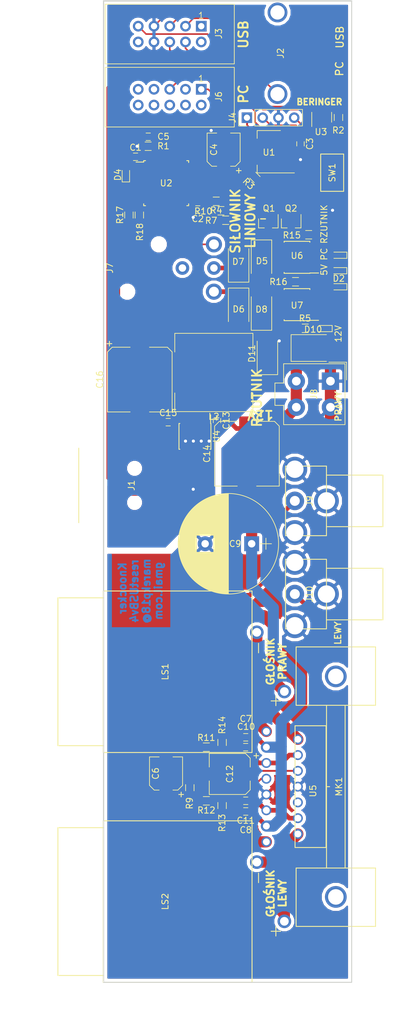
<source format=kicad_pcb>
(kicad_pcb (version 20171130) (host pcbnew "(5.0.0-rc2-dev-311-g1dd4af297)")
  (title_block (title resetUSB) (date 2018-02-14) (rev 1.0) (comment 1 "Projektant: Marek Piotrowski"))
  (layers (0 F.Cu signal) (31 B.Cu signal) (34 B.Paste user) (35 F.Paste user) (36 B.SilkS user) (37 F.SilkS user) (38 B.Mask user) (39 F.Mask user) (44 Edge.Cuts user))
  (net 0 "")
  (net 1 GND)
  (net 2 +5V)
  (net 3 +3V3)
  (net 4 +12V)
  (net 5 "Net-(D1-Pad2)")
  (net 6 "Net-(D2-Pad2)")
  (net 7 "Net-(D6-Pad2)")
  (net 8 /SWDIO)
  (net 9 /USB_P)
  (net 10 /USB_M)
  (net 11 "Net-(Q1-Pad1)")
  (net 12 "Net-(Q1-Pad3)")
  (net 13 "Net-(Q2-Pad3)")
  (net 14 "Net-(Q2-Pad1)")
  (net 15 /USB_PWR)
  (net 16 /SWCLK)
  (net 17 /M_IMP)
  (net 18 /RZUTNIK_VBUS)
  (net 19 /RZUTNIK_DP)
  (net 20 /RZUTNIK_DM)
  (net 21 /PC_PWR)
  (net 22 /PC_LED)
  (net 23 /M_IN1)
  (net 24 /M_IN2)
  (net 25 /LED_RED)
  (net 26 /LED_GREEN)
  (net 27 /LED_BLUE)
  (net 28 /PRZYCISK)
  (net 29 "Net-(C10-Pad2)")
  (net 30 "Net-(C10-Pad1)")
  (net 31 "Net-(LS1-Pad2)")
  (net 32 "Net-(LS1-Pad1)")
  (net 33 "Net-(LS2-Pad1)")
  (net 34 "Net-(LS2-Pad2)")
  (net 35 "Net-(C12-Pad1)")
  (net 36 "Net-(C5-Pad1)")
  (net 37 "Net-(C6-Pad1)")
  (net 38 "Net-(C11-Pad2)")
  (net 39 "Net-(C11-Pad1)")
  (net 40 "Net-(D3-Pad2)")
  (net 41 "Net-(D4-Pad1)")
  (net 42 "Net-(D5-Pad2)")
  (net 43 "Net-(J2-Pad5)")
  (net 44 "Net-(J2-Pad3)")
  (net 45 "Net-(J2-Pad2)")
  (net 46 "Net-(J2-Pad1)")
  (net 47 "Net-(D9-Pad2)")
  (net 48 "Net-(J9-Pad1)")
  (net 49 "Net-(J10-Pad1)")
  (net 50 "Net-(D11-Pad1)")
  (module mpio:SK409_50,8_STS001 (layer F.Cu) (at 149.482 172.4325 90)
    (fp_text reference MK1 (at 0 0.5 90) (layer F.SilkS))
    (fp_text value SK409/50,8/STS)
    (pad 0 thru_hole circle (at 17.75 0 90) (size 3.5 3.5) (drill 2.5) (layers *.Cu *.Mask))
    (pad 0 thru_hole circle (at -17.75 0 90) (size 3.5 3.5) (drill 2.5) (layers *.Cu *.Mask))
  )
  (module Capacitors_THT:CP_Radial_D16.0mm_P7.50mm (layer F.Cu) (at 135.9135 133.3245 180)
    (fp_text reference C9 (at 2.664 0) (layer F.SilkS))
    (fp_text value 4700u)
    (pad 2 thru_hole circle (at 7.5 0 180) (size 2.4 2.4) (drill 1.2) (layers *.Cu *.Mask) (net 1 GND))
    (pad 1 thru_hole rect (at 0 0 180) (size 2.4 2.4) (drill 1.2) (layers *.Cu *.Mask) (net 4 +12V))
  )
  (module mpio:AC3MAH-AU-PRE (layer F.Cu) (at 112.0375 88.9325 90)
    (fp_text reference J7 (at 0 1 90) (layer F.SilkS))
    (fp_text value AC3MAH-AU-PRE)
    (pad "" np_thru_hole circle (at -3.81 3.82 90) (size 1.6 1.6) (drill 1.6) (layers *.Cu *.Mask))
    (pad "" np_thru_hole circle (at 3.81 8.9 90) (size 1.6 1.6) (drill 1.6) (layers *.Cu *.Mask))
    (pad 4 thru_hole circle (at 0 12.71 90) (size 2.2 2.2) (drill 1.2) (layers *.Cu *.Mask))
    (pad 3 thru_hole circle (at 0 17.79 90) (size 2.2 2.2) (drill 1.2) (layers *.Cu *.Mask) (net 42 "Net-(D5-Pad2)"))
    (pad 2 thru_hole circle (at -3.81 17.79 90) (size 2.6 2.6) (drill 1.6) (layers *.Cu *.Mask) (net 7 "Net-(D6-Pad2)"))
    (pad 1 thru_hole circle (at 3.81 17.79 90) (size 2.6 2.6) (drill 1.6) (layers *.Cu *.Mask) (net 41 "Net-(D4-Pad1)"))
  )
  (module mpio:USB-B_SMD (layer F.Cu) (at 117.0375 123.9325 270)
    (fp_text reference J1 (at 0 0.5 270) (layer F.SilkS))
    (fp_text value USBB-G-SMD)
    (pad 1 smd rect (at 1.875 -7 270) (size 0.7 3) (layers F.Cu F.Paste F.Mask) (net 18 /RZUTNIK_VBUS))
    (pad 3 smd rect (at -1.875 -7 270) (size 0.7 3) (layers F.Cu F.Paste F.Mask) (net 19 /RZUTNIK_DP))
    (pad 4 smd rect (at 0.625 -7 270) (size 0.7 3) (layers F.Cu F.Paste F.Mask) (net 1 GND))
    (pad 2 smd rect (at -0.625 -7 270) (size 0.7 3) (layers F.Cu F.Paste F.Mask) (net 20 /RZUTNIK_DM))
    (pad 5 smd rect (at 6.8 0 270) (size 3.4 6.04) (drill (offset 0 -0.58)) (layers F.Cu F.Paste F.Mask) (net 1 GND))
    (pad 5 smd rect (at -6.8 0 270) (size 3.4 6.04) (drill (offset 0 -0.58)) (layers F.Cu F.Paste F.Mask) (net 1 GND))
    (pad "" np_thru_hole circle (at 2.75 0 270) (size 1.4 1.4) (drill 1.4) (layers *.Cu *.Mask))
    (pad "" np_thru_hole circle (at -2.75 0 270) (size 1.4 1.4) (drill 1.4) (layers *.Cu *.Mask))
  )
  (module mpio:IDC10 (layer F.Cu) (at 127.7855 60.1565 180)
    (fp_text reference J6 (at -2.82 -1.195 270) (layer F.SilkS))
    (fp_text value Conn_02x05)
    (fp_text user 1 (at 0.02 1.72 180) (layer F.SilkS) (effects (font (thickness 0.12))))
    (pad 10 thru_hole oval (at 10.16 -2.54 180) (size 1.7272 1.7272) (drill 1.016) (layers *.Cu *.Mask))
    (pad 9 thru_hole oval (at 10.16 0 180) (size 1.7272 1.7272) (drill 1.016) (layers *.Cu *.Mask))
    (pad 8 thru_hole oval (at 7.62 -2.54 180) (size 1.7272 1.7272) (drill 1.016) (layers *.Cu *.Mask))
    (pad 7 thru_hole oval (at 7.62 0 180) (size 1.7272 1.7272) (drill 1.016) (layers *.Cu *.Mask))
    (pad 6 thru_hole oval (at 5.08 -2.54 180) (size 1.7272 1.7272) (drill 1.016) (layers *.Cu *.Mask))
    (pad 5 thru_hole oval (at 5.08 0 180) (size 1.7272 1.7272) (drill 1.016) (layers *.Cu *.Mask) (net 21 /PC_PWR))
    (pad 4 thru_hole oval (at 2.54 -2.54 180) (size 1.7272 1.7272) (drill 1.016) (layers *.Cu *.Mask))
    (pad 3 thru_hole oval (at 2.54 0 180) (size 1.7272 1.7272) (drill 1.016) (layers *.Cu *.Mask))
    (pad 2 thru_hole oval (at 0 -2.54 180) (size 1.7272 1.7272) (drill 1.016) (layers *.Cu *.Mask))
    (pad 1 thru_hole rect (at 0 0 180) (size 1.7272 1.7272) (drill 1.016) (layers *.Cu *.Mask) (net 22 /PC_LED))
  )
  (module mpio:IDC10 (layer F.Cu) (at 127.7855 49.9965 180)
    (fp_text reference J3 (at -2.82 -1.195 270) (layer F.SilkS))
    (fp_text value Conn_02x05)
    (fp_text user 1 (at 0.02 1.72 180) (layer F.SilkS) (effects (font (thickness 0.12))))
    (pad 10 thru_hole oval (at 10.16 -2.54 180) (size 1.7272 1.7272) (drill 1.016) (layers *.Cu *.Mask))
    (pad 9 thru_hole oval (at 10.16 0 180) (size 1.7272 1.7272) (drill 1.016) (layers *.Cu *.Mask) (net 43 "Net-(J2-Pad5)"))
    (pad 8 thru_hole oval (at 7.62 -2.54 180) (size 1.7272 1.7272) (drill 1.016) (layers *.Cu *.Mask) (net 1 GND))
    (pad 7 thru_hole oval (at 7.62 0 180) (size 1.7272 1.7272) (drill 1.016) (layers *.Cu *.Mask) (net 1 GND))
    (pad 6 thru_hole oval (at 5.08 -2.54 180) (size 1.7272 1.7272) (drill 1.016) (layers *.Cu *.Mask) (net 9 /USB_P))
    (pad 5 thru_hole oval (at 5.08 0 180) (size 1.7272 1.7272) (drill 1.016) (layers *.Cu *.Mask) (net 44 "Net-(J2-Pad3)"))
    (pad 4 thru_hole oval (at 2.54 -2.54 180) (size 1.7272 1.7272) (drill 1.016) (layers *.Cu *.Mask) (net 10 /USB_M))
    (pad 3 thru_hole oval (at 2.54 0 180) (size 1.7272 1.7272) (drill 1.016) (layers *.Cu *.Mask) (net 45 "Net-(J2-Pad2)"))
    (pad 2 thru_hole oval (at 0 -2.54 180) (size 1.7272 1.7272) (drill 1.016) (layers *.Cu *.Mask))
    (pad 1 thru_hole rect (at 0 0 180) (size 1.7272 1.7272) (drill 1.016) (layers *.Cu *.Mask))
  )
  (module Capacitors_SMD:CP_Elec_10x10 (layer F.Cu) (at 117.8795 106.8925 270)
    (fp_text reference C16 (at 0 6.46 270) (layer F.SilkS))
    (fp_text value 330u)
    (fp_text user + (at -5.78 4.97 270) (layer F.SilkS))
    (pad 1 smd rect (at -4 0 90) (size 4 2.5) (layers F.Cu F.Paste F.Mask) (net 2 +5V))
    (pad 2 smd rect (at 4 0 90) (size 4 2.5) (layers F.Cu F.Paste F.Mask) (net 1 GND))
  )
  (module Housings_SOIC:SOIC-8_3.9x4.9mm_Pitch1.27mm (layer F.Cu) (at 126.7695 116.0365 270)
    (fp_text reference U4 (at 0 -3.5 270) (layer F.SilkS))
    (fp_text value AP1509-50SG-13)
    (pad 8 smd rect (at 2.7 -1.905 270) (size 1.55 0.6) (layers F.Cu F.Paste F.Mask) (net 1 GND))
    (pad 7 smd rect (at 2.7 -0.635 270) (size 1.55 0.6) (layers F.Cu F.Paste F.Mask) (net 1 GND))
    (pad 6 smd rect (at 2.7 0.635 270) (size 1.55 0.6) (layers F.Cu F.Paste F.Mask) (net 1 GND))
    (pad 5 smd rect (at 2.7 1.905 270) (size 1.55 0.6) (layers F.Cu F.Paste F.Mask) (net 1 GND))
    (pad 4 smd rect (at -2.7 1.905 270) (size 1.55 0.6) (layers F.Cu F.Paste F.Mask) (net 1 GND))
    (pad 3 smd rect (at -2.7 0.635 270) (size 1.55 0.6) (layers F.Cu F.Paste F.Mask) (net 2 +5V))
    (pad 2 smd rect (at -2.7 -0.635 270) (size 1.55 0.6) (layers F.Cu F.Paste F.Mask) (net 50 "Net-(D11-Pad1)"))
    (pad 1 smd rect (at -2.7 -1.905 270) (size 1.55 0.6) (layers F.Cu F.Paste F.Mask) (net 4 +12V))
  )
  (module Inductors_SMD:L_12x12mm_h6mm (layer F.Cu) (at 129.8175 105.7495 180)
    (fp_text reference L2 (at 0 -7.1 180) (layer F.SilkS))
    (fp_text value 47u)
    (pad 2 smd rect (at 4.95 0 180) (size 2.9 5.4) (layers F.Cu F.Paste F.Mask) (net 2 +5V))
    (pad 1 smd rect (at -4.95 0 180) (size 2.9 5.4) (layers F.Cu F.Paste F.Mask) (net 50 "Net-(D11-Pad1)"))
  )
  (module Diodes_SMD:D_SMA (layer F.Cu) (at 138.4535 102.7015 90)
    (fp_text reference D11 (at 0 -2.5 90) (layer F.SilkS))
    (fp_text value SS14)
    (pad 2 smd rect (at 2 0 90) (size 2.5 1.8) (layers F.Cu F.Paste F.Mask) (net 1 GND))
    (pad 1 smd rect (at -2 0 90) (size 2.5 1.8) (layers F.Cu F.Paste F.Mask) (net 50 "Net-(D11-Pad1)"))
  )
  (module Capacitors_SMD:CP_Elec_10x10 (layer F.Cu) (at 135.1515 118.8305 270)
    (fp_text reference C14 (at 0 6.46 270) (layer F.SilkS))
    (fp_text value 330u)
    (fp_text user + (at -5.78 4.97 270) (layer F.SilkS))
    (pad 2 smd rect (at 4 0 90) (size 4 2.5) (layers F.Cu F.Paste F.Mask) (net 1 GND))
    (pad 1 smd rect (at -4 0 90) (size 4 2.5) (layers F.Cu F.Paste F.Mask) (net 4 +12V))
  )
  (module Resistors_SMD:R_0603 (layer F.Cu) (at 130.1985 78.1905 180)
    (fp_text reference R4 (at 0 -1.45 180) (layer F.SilkS))
    (fp_text value 22K)
    (pad 2 smd rect (at 0.75 0 180) (size 0.5 0.9) (layers F.Cu F.Paste F.Mask) (net 25 /LED_RED))
    (pad 1 smd rect (at -0.75 0 180) (size 0.5 0.9) (layers F.Cu F.Paste F.Mask) (net 5 "Net-(D1-Pad2)"))
  )
  (module mpio:FC68391 (layer F.Cu) (at 147.974 126.4245 90)
    (fp_text reference J9 (at 0 -2.7385 90) (layer F.SilkS))
    (fp_text value FC68391)
    (pad 2 thru_hole circle (at 0 0 90) (size 4 4) (drill 2.8) (layers *.Cu *.Mask) (net 1 GND))
    (pad 1 thru_hole circle (at 0 -5.1 90) (size 3 3) (drill 1.6) (layers *.Cu *.Mask) (net 48 "Net-(J9-Pad1)"))
    (pad 2 thru_hole circle (at -5.1 -5.1 90) (size 4 4) (drill 2.8) (layers *.Cu *.Mask) (net 1 GND))
    (pad 2 thru_hole circle (at 5.1 -5.1 90) (size 4 4) (drill 2.8) (layers *.Cu *.Mask) (net 1 GND))
  )
  (module Resistors_SMD:R_0603 (layer F.Cu) (at 128.608 174.7115)
    (fp_text reference R12 (at 0 1.524) (layer F.SilkS))
    (fp_text value 4K7)
    (pad 2 smd rect (at 0.75 0) (size 0.5 0.9) (layers F.Cu F.Paste F.Mask) (net 39 "Net-(C11-Pad1)"))
    (pad 1 smd rect (at -0.75 0) (size 0.5 0.9) (layers F.Cu F.Paste F.Mask) (net 49 "Net-(J10-Pad1)"))
  )
  (module Capacitors_SMD:CP_Elec_6.3x5.3 (layer F.Cu) (at 132.378 170.39 180)
    (fp_text reference C12 (at 0 0 270) (layer F.SilkS))
    (fp_text value 47u)
    (fp_text user + (at -4.28 3.01 180) (layer F.SilkS))
    (pad 2 smd rect (at 2.7 0) (size 3.5 1.6) (layers F.Cu F.Paste F.Mask) (net 1 GND))
    (pad 1 smd rect (at -2.7 0) (size 3.5 1.6) (layers F.Cu F.Paste F.Mask) (net 35 "Net-(C12-Pad1)"))
  )
  (module Resistors_SMD:R_0603 (layer F.Cu) (at 131.148 165.3135 90)
    (fp_text reference R14 (at 2.794 0 90) (layer F.SilkS))
    (fp_text value 10K)
    (pad 2 smd rect (at 0.75 0 90) (size 0.5 0.9) (layers F.Cu F.Paste F.Mask) (net 1 GND))
    (pad 1 smd rect (at -0.75 0 90) (size 0.5 0.9) (layers F.Cu F.Paste F.Mask) (net 30 "Net-(C10-Pad1)"))
  )
  (module mpio:FC68391 (layer F.Cu) (at 147.974 141.4245 90)
    (fp_text reference J10 (at 0 -2.7385 90) (layer F.SilkS))
    (fp_text value FC68391)
    (pad 2 thru_hole circle (at 5.1 -5.1 90) (size 4 4) (drill 2.8) (layers *.Cu *.Mask) (net 1 GND))
    (pad 2 thru_hole circle (at -5.1 -5.1 90) (size 4 4) (drill 2.8) (layers *.Cu *.Mask) (net 1 GND))
    (pad 1 thru_hole circle (at 0 -5.1 90) (size 3 3) (drill 1.6) (layers *.Cu *.Mask) (net 49 "Net-(J10-Pad1)"))
    (pad 2 thru_hole circle (at 0 0 90) (size 4 4) (drill 2.8) (layers *.Cu *.Mask) (net 1 GND))
  )
  (module Capacitors_SMD:CP_Elec_5x5.3 (layer F.Cu) (at 122.134 170.3125 90)
    (fp_text reference C6 (at 0 -1.702 90) (layer F.SilkS))
    (fp_text value 10u)
    (fp_text user + (at -3.38 2.34 90) (layer F.SilkS))
    (pad 2 smd rect (at 2.2 0 270) (size 3 1.6) (layers F.Cu F.Paste F.Mask) (net 1 GND))
    (pad 1 smd rect (at -2.2 0 270) (size 3 1.6) (layers F.Cu F.Paste F.Mask) (net 37 "Net-(C6-Pad1)"))
  )
  (module Resistors_SMD:R_0603 (layer F.Cu) (at 131.148 175.4735 270)
    (fp_text reference R13 (at 2.794 0 270) (layer F.SilkS))
    (fp_text value 10K)
    (pad 2 smd rect (at 0.75 0 270) (size 0.5 0.9) (layers F.Cu F.Paste F.Mask) (net 1 GND))
    (pad 1 smd rect (at -0.75 0 270) (size 0.5 0.9) (layers F.Cu F.Paste F.Mask) (net 39 "Net-(C11-Pad1)"))
  )
  (module Capacitors_SMD:C_0603 (layer F.Cu) (at 134.958 174.708)
    (fp_text reference C11 (at 0 3.1715) (layer F.SilkS))
    (fp_text value 0.47u)
    (pad 1 smd rect (at -0.75 0) (size 0.8 0.75) (layers F.Cu F.Paste F.Mask) (net 39 "Net-(C11-Pad1)"))
    (pad 2 smd rect (at 0.75 0) (size 0.8 0.75) (layers F.Cu F.Paste F.Mask) (net 38 "Net-(C11-Pad2)"))
  )
  (module Capacitors_SMD:C_0603 (layer F.Cu) (at 134.946 166.0755)
    (fp_text reference C10 (at 0.0695 -3.3055) (layer F.SilkS))
    (fp_text value 0.47u)
    (pad 1 smd rect (at -0.75 0) (size 0.8 0.75) (layers F.Cu F.Paste F.Mask) (net 30 "Net-(C10-Pad1)"))
    (pad 2 smd rect (at 0.75 0) (size 0.8 0.75) (layers F.Cu F.Paste F.Mask) (net 29 "Net-(C10-Pad2)"))
  )
  (module Capacitors_SMD:C_0603 (layer F.Cu) (at 134.958 164.4855 180)
    (fp_text reference C7 (at 0 2.9855 180) (layer F.SilkS))
    (fp_text value 100n)
    (pad 1 smd rect (at -0.75 0 180) (size 0.8 0.75) (layers F.Cu F.Paste F.Mask) (net 4 +12V))
    (pad 2 smd rect (at 0.75 0 180) (size 0.8 0.75) (layers F.Cu F.Paste F.Mask) (net 1 GND))
  )
  (module Capacitors_SMD:C_0603 (layer F.Cu) (at 134.958 176.4235 180)
    (fp_text reference C8 (at 0 -2.9835 180) (layer F.SilkS))
    (fp_text value 100n)
    (pad 1 smd rect (at -0.75 0 180) (size 0.8 0.75) (layers F.Cu F.Paste F.Mask) (net 4 +12V))
    (pad 2 smd rect (at 0.75 0 180) (size 0.8 0.75) (layers F.Cu F.Paste F.Mask) (net 1 GND))
  )
  (module Resistors_SMD:R_0603 (layer F.Cu) (at 128.608 166.0755)
    (fp_text reference R11 (at -0.006 -1.5275) (layer F.SilkS))
    (fp_text value 4K7)
    (pad 2 smd rect (at 0.75 0) (size 0.5 0.9) (layers F.Cu F.Paste F.Mask) (net 30 "Net-(C10-Pad1)"))
    (pad 1 smd rect (at -0.75 0) (size 0.5 0.9) (layers F.Cu F.Paste F.Mask) (net 48 "Net-(J9-Pad1)"))
  )
  (module mpio:MULTIWATT15 (layer F.Cu) (at 147.912 172.4275 270)
    (fp_text reference U5 (at 0.7 2.1 270) (layer F.SilkS))
    (fp_text value TDA7375)
    (pad 15 thru_hole circle (at 8.89 9.63 270) (size 1.6 1.6) (drill 1.1) (layers *.Cu *.Mask) (net 33 "Net-(LS2-Pad1)"))
    (pad 13 thru_hole circle (at 6.35 9.63 270) (size 1.6 1.6) (drill 1.1) (layers *.Cu *.Mask) (net 4 +12V))
    (pad 11 thru_hole circle (at 3.81 9.63 270) (size 1.6 1.6) (drill 1.1) (layers *.Cu *.Mask) (net 38 "Net-(C11-Pad2)"))
    (pad 9 thru_hole circle (at 1.27 9.63 270) (size 1.6 1.6) (drill 1.1) (layers *.Cu *.Mask) (net 1 GND))
    (pad 7 thru_hole circle (at -1.27 9.63 270) (size 1.6 1.6) (drill 1.1) (layers *.Cu *.Mask) (net 37 "Net-(C6-Pad1)"))
    (pad 5 thru_hole circle (at -3.81 9.63 270) (size 1.6 1.6) (drill 1.1) (layers *.Cu *.Mask) (net 29 "Net-(C10-Pad2)"))
    (pad 3 thru_hole circle (at -6.35 9.63 270) (size 1.6 1.6) (drill 1.1) (layers *.Cu *.Mask) (net 4 +12V))
    (pad 1 thru_hole circle (at -8.89 9.63 270) (size 1.6 1.6) (drill 1.1) (layers *.Cu *.Mask) (net 32 "Net-(LS1-Pad1)"))
    (pad 14 thru_hole circle (at 7.62 4.55 270) (size 1.6 1.6) (drill 1.1) (layers *.Cu *.Mask) (net 34 "Net-(LS2-Pad2)"))
    (pad 12 thru_hole circle (at 5.08 4.55 270) (size 1.6 1.6) (drill 1.1) (layers *.Cu *.Mask) (net 38 "Net-(C11-Pad2)"))
    (pad 10 thru_hole circle (at 2.54 4.55 270) (size 1.6 1.6) (drill 1.1) (layers *.Cu *.Mask))
    (pad 2 thru_hole circle (at -7.62 4.55 270) (size 1.6 1.6) (drill 1.1) (layers *.Cu *.Mask) (net 31 "Net-(LS1-Pad2)"))
    (pad 4 thru_hole circle (at -5.08 4.55 270) (size 1.6 1.6) (drill 1.1) (layers *.Cu *.Mask) (net 29 "Net-(C10-Pad2)"))
    (pad 6 thru_hole circle (at -2.54 4.55 270) (size 1.6 1.6) (drill 1.1) (layers *.Cu *.Mask) (net 35 "Net-(C12-Pad1)"))
    (pad 8 thru_hole circle (at 0 4.55 270) (size 1.6 1.6) (drill 1.1) (layers *.Cu *.Mask) (net 1 GND))
  )
  (module Resistors_SMD:R_0603 (layer F.Cu) (at 125.944 172.5985 270)
    (fp_text reference R9 (at 2.5065 0.0395 270) (layer F.SilkS))
    (fp_text value 47K)
    (pad 2 smd rect (at 0.75 0 270) (size 0.5 0.9) (layers F.Cu F.Paste F.Mask) (net 37 "Net-(C6-Pad1)"))
    (pad 1 smd rect (at -0.75 0 270) (size 0.5 0.9) (layers F.Cu F.Paste F.Mask) (net 4 +12V))
  )
  (module mpio:NLJ2MD-H (layer F.Cu) (at 111.974 153.9325 270)
    (fp_text reference LS1 (at 0 -10 270) (layer F.SilkS))
    (fp_text value NLJ2MD-H)
    (fp_text user + (at 4.696 -27.686 270) (layer F.SilkS) (effects (font (size 2 2))))
    (fp_text user - (at -3.81 -24.892 270) (layer F.SilkS) (effects (font (size 2 2))))
    (pad 2 thru_hole circle (at -6.35 -24.77 270) (size 2.2 2.2) (drill 1.4) (layers *.Cu *.Mask) (net 31 "Net-(LS1-Pad2)"))
    (pad 1 thru_hole circle (at 3.18 -29.21 270) (size 2.2 2.2) (drill 1.4) (layers *.Cu *.Mask) (net 32 "Net-(LS1-Pad1)"))
  )
  (module mpio:NLJ2MD-H (layer F.Cu) (at 111.974 190.9325 270)
    (fp_text reference LS2 (at 0 -10 270) (layer F.SilkS))
    (fp_text value NLJ2MD-H)
    (fp_text user + (at 4.78 -27.686 270) (layer F.SilkS) (effects (font (size 2 2))))
    (fp_text user - (at -3.81 -24.892 270) (layer F.SilkS) (effects (font (size 2 2))))
    (pad 2 thru_hole circle (at -6.35 -24.77 270) (size 2.2 2.2) (drill 1.4) (layers *.Cu *.Mask) (net 34 "Net-(LS2-Pad2)"))
    (pad 1 thru_hole circle (at 3.18 -29.21 270) (size 2.2 2.2) (drill 1.4) (layers *.Cu *.Mask) (net 33 "Net-(LS2-Pad1)"))
  )
  (module mpio:Molex_MiniFit-JR-5556-04A_2x02x4.20mm_Straight (layer F.Cu) (at 148.6135 107.1465 270)
    (fp_text reference J8 (at 2.1 2.654 270) (layer F.SilkS))
    (fp_text value "Mini-Fit Jr; 4,2mm")
    (pad 4 thru_hole circle (at 4.2 5.5 270) (size 2.8 2.8) (drill 1.4) (layers *.Cu *.Mask) (net 4 +12V))
    (pad 3 thru_hole circle (at 0 5.5 270) (size 2.8 2.8) (drill 1.4) (layers *.Cu *.Mask) (net 4 +12V))
    (pad 2 thru_hole circle (at 4.2 0 270) (size 2.8 2.8) (drill 1.4) (layers *.Cu *.Mask) (net 1 GND))
    (pad 1 thru_hole rect (at 0 0 270) (size 2.8 2.8) (drill 1.4) (layers *.Cu *.Mask) (net 1 GND))
  )
  (module Diodes_SMD:D_SMA (layer F.Cu) (at 133.813 87.8112 90)
    (fp_text reference D7 (at -0.0948 -0.0585 180) (layer F.SilkS))
    (fp_text value US1D)
    (pad 2 smd rect (at 2 0 90) (size 2.5 1.8) (layers F.Cu F.Paste F.Mask) (net 1 GND))
    (pad 1 smd rect (at -2 0 90) (size 2.5 1.8) (layers F.Cu F.Paste F.Mask) (net 42 "Net-(D5-Pad2)"))
  )
  (module Diodes_SMD:D_SMA (layer F.Cu) (at 137.496 87.8112 270)
    (fp_text reference D5 (at 0 -0.0685) (layer F.SilkS))
    (fp_text value US1D)
    (pad 2 smd rect (at 2 0 270) (size 2.5 1.8) (layers F.Cu F.Paste F.Mask) (net 42 "Net-(D5-Pad2)"))
    (pad 1 smd rect (at -2 0 270) (size 2.5 1.8) (layers F.Cu F.Paste F.Mask) (net 4 +12V))
  )
  (module Diodes_SMD:D_SMA (layer F.Cu) (at 133.813 95.5582 270)
    (fp_text reference D8 (at 0.0313 -3.688) (layer F.SilkS))
    (fp_text value US1D)
    (pad 2 smd rect (at 2 0 270) (size 2.5 1.8) (layers F.Cu F.Paste F.Mask) (net 1 GND))
    (pad 1 smd rect (at -2 0 270) (size 2.5 1.8) (layers F.Cu F.Paste F.Mask) (net 7 "Net-(D6-Pad2)"))
  )
  (module TO_SOT_Packages_SMD:SOT-23 (layer F.Cu) (at 138.6035 81.717 270)
    (fp_text reference Q1 (at -2.3835 -0.104) (layer F.SilkS))
    (fp_text value BC817)
    (pad 3 smd rect (at 1 0 270) (size 0.9 0.8) (layers F.Cu F.Paste F.Mask) (net 12 "Net-(Q1-Pad3)"))
    (pad 2 smd rect (at -1 0.95 270) (size 0.9 0.8) (layers F.Cu F.Paste F.Mask) (net 1 GND))
    (pad 1 smd rect (at -1 -0.95 270) (size 0.9 0.8) (layers F.Cu F.Paste F.Mask) (net 11 "Net-(Q1-Pad1)"))
  )
  (module TO_SOT_Packages_SMD:SOT-23 (layer F.Cu) (at 142.2865 81.717 270)
    (fp_text reference Q2 (at -2.3835 0.023) (layer F.SilkS))
    (fp_text value BC817)
    (pad 3 smd rect (at 1 0 270) (size 0.9 0.8) (layers F.Cu F.Paste F.Mask) (net 13 "Net-(Q2-Pad3)"))
    (pad 2 smd rect (at -1 0.95 270) (size 0.9 0.8) (layers F.Cu F.Paste F.Mask) (net 1 GND))
    (pad 1 smd rect (at -1 -0.95 270) (size 0.9 0.8) (layers F.Cu F.Paste F.Mask) (net 14 "Net-(Q2-Pad1)"))
  )
  (module Diodes_SMD:D_SMA (layer F.Cu) (at 137.496 95.5582 90)
    (fp_text reference D6 (at 0 -3.678 180) (layer F.SilkS))
    (fp_text value US1D)
    (pad 2 smd rect (at 2 0 90) (size 2.5 1.8) (layers F.Cu F.Paste F.Mask) (net 7 "Net-(D6-Pad2)"))
    (pad 1 smd rect (at -2 0 90) (size 2.5 1.8) (layers F.Cu F.Paste F.Mask) (net 4 +12V))
  )
  (module mpio:SOIC-8_3.9x4.9mm_Pitch1.27mm (layer F.Cu) (at 143.2237 87.2096 180)
    (fp_text reference U6 (at 0 0.2621 180) (layer F.SilkS))
    (fp_text value AO4616)
    (pad 8 smd rect (at 2.7 -1.905 180) (size 1.55 0.6) (layers F.Cu F.Paste F.Mask) (net 42 "Net-(D5-Pad2)"))
    (pad 7 smd rect (at 2.7 -0.635 180) (size 1.55 0.6) (layers F.Cu F.Paste F.Mask) (net 42 "Net-(D5-Pad2)"))
    (pad 6 smd rect (at 2.7 0.635 180) (size 1.55 0.6) (layers F.Cu F.Paste F.Mask) (net 42 "Net-(D5-Pad2)"))
    (pad 5 smd rect (at 2.7 1.905 180) (size 1.55 0.6) (layers F.Cu F.Paste F.Mask) (net 42 "Net-(D5-Pad2)"))
    (pad 4 smd rect (at -2.7 1.905 180) (size 1.55 0.6) (layers F.Cu F.Paste F.Mask) (net 12 "Net-(Q1-Pad3)"))
    (pad 3 smd rect (at -2.7 0.635 180) (size 1.55 0.6) (layers F.Cu F.Paste F.Mask) (net 4 +12V))
    (pad 2 smd rect (at -2.7 -0.635 180) (size 1.55 0.6) (layers F.Cu F.Paste F.Mask) (net 12 "Net-(Q1-Pad3)"))
    (pad 1 smd rect (at -2.7 -1.905 180) (size 1.55 0.6) (layers F.Cu F.Paste F.Mask) (net 1 GND))
  )
  (module mpio:SOIC-8_3.9x4.9mm_Pitch1.27mm (layer F.Cu) (at 143.2237 94.8296 180)
    (fp_text reference U7 (at 0 -0.1179 180) (layer F.SilkS))
    (fp_text value AO4616)
    (pad 8 smd rect (at 2.7 -1.905 180) (size 1.55 0.6) (layers F.Cu F.Paste F.Mask) (net 7 "Net-(D6-Pad2)"))
    (pad 7 smd rect (at 2.7 -0.635 180) (size 1.55 0.6) (layers F.Cu F.Paste F.Mask) (net 7 "Net-(D6-Pad2)"))
    (pad 6 smd rect (at 2.7 0.635 180) (size 1.55 0.6) (layers F.Cu F.Paste F.Mask) (net 7 "Net-(D6-Pad2)"))
    (pad 5 smd rect (at 2.7 1.905 180) (size 1.55 0.6) (layers F.Cu F.Paste F.Mask) (net 7 "Net-(D6-Pad2)"))
    (pad 4 smd rect (at -2.7 1.905 180) (size 1.55 0.6) (layers F.Cu F.Paste F.Mask) (net 13 "Net-(Q2-Pad3)"))
    (pad 3 smd rect (at -2.7 0.635 180) (size 1.55 0.6) (layers F.Cu F.Paste F.Mask) (net 4 +12V))
    (pad 2 smd rect (at -2.7 -0.635 180) (size 1.55 0.6) (layers F.Cu F.Paste F.Mask) (net 13 "Net-(Q2-Pad3)"))
    (pad 1 smd rect (at -2.7 -1.905 180) (size 1.55 0.6) (layers F.Cu F.Paste F.Mask) (net 1 GND))
  )
  (module Resistors_SMD:R_0603 (layer F.Cu) (at 142.986 91.1445 180)
    (fp_text reference R16 (at 2.7545 0 180) (layer F.SilkS))
    (fp_text value 10K)
    (pad 2 smd rect (at 0.75 0 180) (size 0.5 0.9) (layers F.Cu F.Paste F.Mask) (net 4 +12V))
    (pad 1 smd rect (at -0.75 0 180) (size 0.5 0.9) (layers F.Cu F.Paste F.Mask) (net 13 "Net-(Q2-Pad3)"))
  )
  (module Resistors_SMD:R_0603 (layer F.Cu) (at 145.1083 83.5753 180)
    (fp_text reference R15 (at 2.7178 -0.0762 180) (layer F.SilkS))
    (fp_text value 10K)
    (pad 2 smd rect (at 0.75 0 180) (size 0.5 0.9) (layers F.Cu F.Paste F.Mask) (net 4 +12V))
    (pad 1 smd rect (at -0.75 0 180) (size 0.5 0.9) (layers F.Cu F.Paste F.Mask) (net 12 "Net-(Q1-Pad3)"))
  )
  (module LEDs:LED_0603 (layer F.Cu) (at 147.5975 98.679 180)
    (fp_text reference D9 hide)
    (fp_text value RED)
    (pad 1 smd rect (at -0.8 0) (size 0.8 0.8) (layers F.Cu F.Paste F.Mask) (net 1 GND))
    (pad 2 smd rect (at 0.8 0) (size 0.8 0.8) (layers F.Cu F.Paste F.Mask) (net 47 "Net-(D9-Pad2)"))
  )
  (module Resistors_SMD:R_0603 (layer F.Cu) (at 144.5495 98.6375)
    (fp_text reference R5 (at -0.0395 -1.6045) (layer F.SilkS))
    (fp_text value 100K)
    (pad 2 smd rect (at 0.75 0) (size 0.5 0.9) (layers F.Cu F.Paste F.Mask) (net 47 "Net-(D9-Pad2)"))
    (pad 1 smd rect (at -0.75 0) (size 0.5 0.9) (layers F.Cu F.Paste F.Mask) (net 4 +12V))
  )
  (module Resistors_SMD:R_0603 (layer F.Cu) (at 130.9605 79.7145 180)
    (fp_text reference R10 (at 2.8448 -0.0762 180) (layer F.SilkS))
    (fp_text value 33K)
    (pad 2 smd rect (at 0.75 0 180) (size 0.5 0.9) (layers F.Cu F.Paste F.Mask) (net 27 /LED_BLUE))
    (pad 1 smd rect (at -0.75 0 180) (size 0.5 0.9) (layers F.Cu F.Paste F.Mask) (net 40 "Net-(D3-Pad2)"))
  )
  (module Housings_QFP:LQFP-32_7x7mm_Pitch0.8mm (layer F.Cu) (at 122.130272 75.273643)
    (fp_text reference U2 (at 0 -0.004143) (layer F.SilkS))
    (fp_text value STM32F042K6Tx)
    (pad 32 smd rect (at -2.8 -4.25 90) (size 1.2 0.6) (layers F.Cu F.Paste F.Mask) (net 1 GND))
    (pad 31 smd rect (at -2 -4.25 90) (size 1.2 0.6) (layers F.Cu F.Paste F.Mask) (net 36 "Net-(C5-Pad1)"))
    (pad 30 smd rect (at -1.2 -4.25 90) (size 1.2 0.6) (layers F.Cu F.Paste F.Mask) (net 19 /RZUTNIK_DP))
    (pad 29 smd rect (at -0.4 -4.25 90) (size 1.2 0.6) (layers F.Cu F.Paste F.Mask) (net 20 /RZUTNIK_DM))
    (pad 28 smd rect (at 0.4 -4.25 90) (size 1.2 0.6) (layers F.Cu F.Paste F.Mask) (net 18 /RZUTNIK_VBUS))
    (pad 27 smd rect (at 1.2 -4.25 90) (size 1.2 0.6) (layers F.Cu F.Paste F.Mask))
    (pad 26 smd rect (at 2 -4.25 90) (size 1.2 0.6) (layers F.Cu F.Paste F.Mask) (net 22 /PC_LED))
    (pad 25 smd rect (at 2.8 -4.25 90) (size 1.2 0.6) (layers F.Cu F.Paste F.Mask) (net 21 /PC_PWR))
    (pad 24 smd rect (at 4.25 -2.8) (size 1.2 0.6) (layers F.Cu F.Paste F.Mask) (net 16 /SWCLK))
    (pad 23 smd rect (at 4.25 -2) (size 1.2 0.6) (layers F.Cu F.Paste F.Mask) (net 8 /SWDIO))
    (pad 22 smd rect (at 4.25 -1.2) (size 1.2 0.6) (layers F.Cu F.Paste F.Mask) (net 9 /USB_P))
    (pad 21 smd rect (at 4.25 -0.4) (size 1.2 0.6) (layers F.Cu F.Paste F.Mask) (net 10 /USB_M))
    (pad 20 smd rect (at 4.25 0.4) (size 1.2 0.6) (layers F.Cu F.Paste F.Mask) (net 15 /USB_PWR))
    (pad 19 smd rect (at 4.25 1.2) (size 1.2 0.6) (layers F.Cu F.Paste F.Mask) (net 28 /PRZYCISK))
    (pad 18 smd rect (at 4.25 2) (size 1.2 0.6) (layers F.Cu F.Paste F.Mask))
    (pad 17 smd rect (at 4.25 2.8) (size 1.2 0.6) (layers F.Cu F.Paste F.Mask) (net 3 +3V3))
    (pad 16 smd rect (at 2.8 4.25 90) (size 1.2 0.6) (layers F.Cu F.Paste F.Mask) (net 1 GND))
    (pad 15 smd rect (at 2 4.25 90) (size 1.2 0.6) (layers F.Cu F.Paste F.Mask))
    (pad 14 smd rect (at 1.2 4.25 90) (size 1.2 0.6) (layers F.Cu F.Paste F.Mask))
    (pad 13 smd rect (at 0.4 4.25 90) (size 1.2 0.6) (layers F.Cu F.Paste F.Mask))
    (pad 12 smd rect (at -0.4 4.25 90) (size 1.2 0.6) (layers F.Cu F.Paste F.Mask))
    (pad 11 smd rect (at -1.2 4.25 90) (size 1.2 0.6) (layers F.Cu F.Paste F.Mask) (net 25 /LED_RED))
    (pad 10 smd rect (at -2 4.25 90) (size 1.2 0.6) (layers F.Cu F.Paste F.Mask) (net 27 /LED_BLUE))
    (pad 9 smd rect (at -2.8 4.25 90) (size 1.2 0.6) (layers F.Cu F.Paste F.Mask) (net 26 /LED_GREEN))
    (pad 8 smd rect (at -4.25 2.8) (size 1.2 0.6) (layers F.Cu F.Paste F.Mask))
    (pad 7 smd rect (at -4.25 2) (size 1.2 0.6) (layers F.Cu F.Paste F.Mask) (net 24 /M_IN2))
    (pad 6 smd rect (at -4.25 1.2) (size 1.2 0.6) (layers F.Cu F.Paste F.Mask) (net 23 /M_IN1))
    (pad 5 smd rect (at -4.25 0.4) (size 1.2 0.6) (layers F.Cu F.Paste F.Mask) (net 3 +3V3))
    (pad 4 smd rect (at -4.25 -0.4) (size 1.2 0.6) (layers F.Cu F.Paste F.Mask))
    (pad 3 smd rect (at -4.25 -1.2) (size 1.2 0.6) (layers F.Cu F.Paste F.Mask))
    (pad 2 smd rect (at -4.25 -2) (size 1.2 0.6) (layers F.Cu F.Paste F.Mask) (net 17 /M_IMP))
    (pad 1 smd rect (at -4.25 -2.8) (size 1.2 0.6) (layers F.Cu F.Paste F.Mask) (net 3 +3V3))
  )
  (module Resistors_SMD:R_0603 (layer F.Cu) (at 119.225376 69.325202)
    (fp_text reference R1 (at 2.464124 -0.024702) (layer F.SilkS))
    (fp_text value 100K)
    (pad 2 smd rect (at 0.75 0) (size 0.5 0.9) (layers F.Cu F.Paste F.Mask) (net 36 "Net-(C5-Pad1)"))
    (pad 1 smd rect (at -0.75 0) (size 0.5 0.9) (layers F.Cu F.Paste F.Mask) (net 1 GND))
  )
  (module Capacitors_SMD:C_0603 (layer F.Cu) (at 119.237376 67.801202 180)
    (fp_text reference C5 (at -2.452124 0.024702 180) (layer F.SilkS))
    (fp_text value 100n)
    (pad 1 smd rect (at -0.75 0 180) (size 0.8 0.75) (layers F.Cu F.Paste F.Mask) (net 36 "Net-(C5-Pad1)"))
    (pad 2 smd rect (at 0.75 0 180) (size 0.8 0.75) (layers F.Cu F.Paste F.Mask) (net 1 GND))
  )
  (module mpio:USB-A_SMD (layer F.Cu) (at 140.081 54.356 90)
    (fp_text reference J2 (at 0 0.5 90) (layer F.SilkS))
    (fp_text value TUEA4F2SOBHT)
    (pad 1 smd rect (at -3.5 -4.21 90) (size 1 3) (layers F.Cu F.Paste F.Mask) (net 46 "Net-(J2-Pad1)"))
    (pad 2 smd rect (at -1 -4.21 90) (size 1 3) (layers F.Cu F.Paste F.Mask) (net 45 "Net-(J2-Pad2)"))
    (pad 4 smd rect (at 3.5 -4.21 90) (size 1 3) (layers F.Cu F.Paste F.Mask) (net 1 GND))
    (pad 3 smd rect (at 1 -4.21 90) (size 1 3) (layers F.Cu F.Paste F.Mask) (net 44 "Net-(J2-Pad3)"))
    (pad 5 thru_hole circle (at 6.57 0 90) (size 3.2 3.2) (drill 2.3) (layers *.Cu *.Mask) (net 43 "Net-(J2-Pad5)"))
    (pad 5 thru_hole circle (at -6.57 0 90) (size 3.2 3.2) (drill 2.3) (layers *.Cu *.Mask) (net 43 "Net-(J2-Pad5)"))
  )
  (module Capacitors_SMD:C_0603 (layer F.Cu) (at 143.786359 68.940041 270)
    (fp_text reference C3 (at 0 -1.5 270) (layer F.SilkS))
    (fp_text value 100n)
    (pad 1 smd rect (at -0.75 0 270) (size 0.8 0.75) (layers F.Cu F.Paste F.Mask) (net 2 +5V))
    (pad 2 smd rect (at 0.75 0 270) (size 0.8 0.75) (layers F.Cu F.Paste F.Mask) (net 1 GND))
  )
  (module Capacitors_SMD:CP_Elec_5x5.3 (layer F.Cu) (at 131.4183 69.8751 90)
    (fp_text reference C4 (at 0 -1.6008 90) (layer F.SilkS))
    (fp_text value 10u)
    (fp_text user + (at -3.38 2.34 90) (layer F.SilkS))
    (pad 2 smd rect (at 2.2 0 270) (size 3 1.6) (layers F.Cu F.Paste F.Mask) (net 1 GND))
    (pad 1 smd rect (at -2.2 0 270) (size 3 1.6) (layers F.Cu F.Paste F.Mask) (net 3 +3V3))
  )
  (module TO_SOT_Packages_SMD:SOT-223-3_TabPin2 (layer F.Cu) (at 138.706359 70.210041 180)
    (fp_text reference U1 (at 0 -0.106459 180) (layer F.SilkS))
    (fp_text value LD1117S33TR)
    (pad 1 smd rect (at -3.15 -2.3 180) (size 2 1.5) (layers F.Cu F.Paste F.Mask) (net 1 GND))
    (pad 3 smd rect (at -3.15 2.3 180) (size 2 1.5) (layers F.Cu F.Paste F.Mask) (net 2 +5V))
    (pad 2 smd rect (at -3.15 0 180) (size 2 1.5) (layers F.Cu F.Paste F.Mask) (net 3 +3V3))
    (pad 2 smd rect (at 3.15 0 180) (size 2 3.8) (layers F.Cu F.Paste F.Mask) (net 3 +3V3))
  )
  (module mpio:SW_3x6_1,6x7,4 (layer F.Cu) (at 148.8935 73.5835 90)
    (fp_text reference SW1 (at 0 0 90) (layer F.SilkS))
    (fp_text value "TACTM-34N-F " hide)
    (pad 2 smd rect (at 3.7 0 90) (size 2.18 1.6) (layers F.Cu F.Paste F.Mask) (net 28 /PRZYCISK))
    (pad 1 smd rect (at -3.7 0 90) (size 2.18 1.6) (layers F.Cu F.Paste F.Mask) (net 1 GND))
  )
  (module Resistors_SMD:R_0603 (layer F.Cu) (at 136.4475 74.3455 135)
    (fp_text reference R3 (at 0 -1.45 135) (layer F.SilkS))
    (fp_text value 100K)
    (pad 2 smd rect (at 0.75 0 135) (size 0.5 0.9) (layers F.Cu F.Paste F.Mask) (net 3 +3V3))
    (pad 1 smd rect (at -0.75 0 135) (size 0.5 0.9) (layers F.Cu F.Paste F.Mask) (net 8 /SWDIO))
  )
  (module Diodes_SMD:D_SOD-523 (layer F.Cu) (at 115.6335 73.9235 90)
    (fp_text reference D4 (at 0 -1.3 90) (layer F.SilkS))
    (fp_text value 1PS79SB70)
    (pad 1 smd rect (at -0.7 0 270) (size 0.6 0.7) (layers F.Cu F.Paste F.Mask) (net 41 "Net-(D4-Pad1)"))
    (pad 2 smd rect (at 0.7 0 270) (size 0.6 0.7) (layers F.Cu F.Paste F.Mask) (net 17 /M_IMP))
  )
  (module LEDs:LED_0603 (layer F.Cu) (at 149.971 91.953 180)
    (fp_text reference D1 hide)
    (fp_text value RED)
    (pad 1 smd rect (at -0.8 0) (size 0.8 0.8) (layers F.Cu F.Paste F.Mask) (net 1 GND))
    (pad 2 smd rect (at 0.8 0) (size 0.8 0.8) (layers F.Cu F.Paste F.Mask) (net 5 "Net-(D1-Pad2)"))
  )
  (module LEDs:LED_0603 (layer F.Cu) (at 149.971 86.873 180)
    (fp_text reference D3 hide)
    (fp_text value BLUE)
    (pad 1 smd rect (at -0.8 0) (size 0.8 0.8) (layers F.Cu F.Paste F.Mask) (net 1 GND))
    (pad 2 smd rect (at 0.8 0) (size 0.8 0.8) (layers F.Cu F.Paste F.Mask) (net 40 "Net-(D3-Pad2)"))
  )
  (module Resistors_SMD:R_0603 (layer F.Cu) (at 149.9095 64.6935 270)
    (fp_text reference R2 (at 2.067 0.026) (layer F.SilkS))
    (fp_text value 100K)
    (pad 2 smd rect (at 0.75 0 270) (size 0.5 0.9) (layers F.Cu F.Paste F.Mask) (net 15 /USB_PWR))
    (pad 1 smd rect (at -0.75 0 270) (size 0.5 0.9) (layers F.Cu F.Paste F.Mask) (net 2 +5V))
  )
  (module mpio:TSOP-6_1.65x3.05mm_Pitch0.95mm (layer F.Cu) (at 147.2044 64.6568 90)
    (fp_text reference U3 (at -2.3577 -0.1149 180) (layer F.SilkS))
    (fp_text value IRLTS2242)
    (pad 6 smd rect (at 1.16 -0.95 90) (size 0.7 0.51) (layers F.Cu F.Paste F.Mask) (net 46 "Net-(J2-Pad1)"))
    (pad 5 smd rect (at 1.16 0 90) (size 0.7 0.51) (layers F.Cu F.Paste F.Mask) (net 46 "Net-(J2-Pad1)"))
    (pad 4 smd rect (at 1.16 0.95 90) (size 0.7 0.51) (layers F.Cu F.Paste F.Mask) (net 2 +5V))
    (pad 3 smd rect (at -1.16 0.95 90) (size 0.7 0.51) (layers F.Cu F.Paste F.Mask) (net 15 /USB_PWR))
    (pad 2 smd rect (at -1.16 0 90) (size 0.7 0.51) (layers F.Cu F.Paste F.Mask) (net 46 "Net-(J2-Pad1)"))
    (pad 1 smd rect (at -1.16 -0.95 90) (size 0.7 0.51) (layers F.Cu F.Paste F.Mask) (net 46 "Net-(J2-Pad1)"))
  )
  (module Resistors_SMD:R_0603 (layer F.Cu) (at 131.7225 81.2385 180)
    (fp_text reference R7 (at 2.3368 -0.0562 180) (layer F.SilkS))
    (fp_text value 6K8)
    (pad 2 smd rect (at 0.75 0 180) (size 0.5 0.9) (layers F.Cu F.Paste F.Mask) (net 26 /LED_GREEN))
    (pad 1 smd rect (at -0.75 0 180) (size 0.5 0.9) (layers F.Cu F.Paste F.Mask) (net 6 "Net-(D2-Pad2)"))
  )
  (module Resistors_SMD:R_0603 (layer F.Cu) (at 117.8033 80.4003 90)
    (fp_text reference R18 (at -2.7432 0.0762 90) (layer F.SilkS))
    (fp_text value 10K)
    (pad 2 smd rect (at 0.75 0 90) (size 0.5 0.9) (layers F.Cu F.Paste F.Mask) (net 24 /M_IN2))
    (pad 1 smd rect (at -0.75 0 90) (size 0.5 0.9) (layers F.Cu F.Paste F.Mask) (net 14 "Net-(Q2-Pad1)"))
  )
  (module Capacitors_SMD:C_0603 (layer F.Cu) (at 117.1937 71.0277)
    (fp_text reference C1 (at 0 -1.5) (layer F.SilkS))
    (fp_text value 100n)
    (pad 1 smd rect (at -0.75 0) (size 0.8 0.75) (layers F.Cu F.Paste F.Mask) (net 3 +3V3))
    (pad 2 smd rect (at 0.75 0) (size 0.8 0.75) (layers F.Cu F.Paste F.Mask) (net 1 GND))
  )
  (module Capacitors_SMD:C_0603 (layer F.Cu) (at 127.2267 79.5113 180)
    (fp_text reference C2 (at 0 -1.5 180) (layer F.SilkS))
    (fp_text value 100n)
    (pad 2 smd rect (at 0.75 0 180) (size 0.8 0.75) (layers F.Cu F.Paste F.Mask) (net 1 GND))
    (pad 1 smd rect (at -0.75 0 180) (size 0.8 0.75) (layers F.Cu F.Paste F.Mask) (net 3 +3V3))
  )
  (module Capacitors_SMD:C_0603 (layer F.Cu) (at 122.4515 113.7505)
    (fp_text reference C15 (at 0 -1.5) (layer F.SilkS))
    (fp_text value 100n)
    (pad 1 smd rect (at -0.75 0) (size 0.8 0.75) (layers F.Cu F.Paste F.Mask) (net 2 +5V))
    (pad 2 smd rect (at 0.75 0) (size 0.8 0.75) (layers F.Cu F.Paste F.Mask) (net 1 GND))
  )
  (module LEDs:LED_0603 (layer F.Cu) (at 149.9597 89.3665 180)
    (fp_text reference D2 (at 0 -1.25 180) (layer F.SilkS))
    (fp_text value GREEN)
    (pad 2 smd rect (at 0.8 0) (size 0.8 0.8) (layers F.Cu F.Paste F.Mask) (net 6 "Net-(D2-Pad2)"))
    (pad 1 smd rect (at -0.8 0) (size 0.8 0.8) (layers F.Cu F.Paste F.Mask) (net 1 GND))
  )
  (module Diodes_SMD:D_SMB (layer F.Cu) (at 145.8195 101.8125)
    (fp_text reference D10 (at 0 -3) (layer F.SilkS))
    (fp_text value transil_15V)
    (pad 1 smd rect (at -2.15 0) (size 2.5 2.3) (layers F.Cu F.Paste F.Mask) (net 4 +12V))
    (pad 2 smd rect (at 2.15 0) (size 2.5 2.3) (layers F.Cu F.Paste F.Mask) (net 1 GND))
  )
  (module Pin_Headers:Pin_Header_Straight_1x04_Pitch2.54mm (layer F.Cu) (at 135.1515 64.7285 90)
    (fp_text reference J4 (at 0 -2.33 90) (layer F.SilkS))
    (fp_text value SWD_4pin)
    (pad 1 thru_hole rect (at 0 0 90) (size 1.7 1.7) (drill 1) (layers *.Cu *.Mask) (net 3 +3V3))
    (pad 2 thru_hole oval (at 0 2.54 90) (size 1.7 1.7) (drill 1) (layers *.Cu *.Mask) (net 16 /SWCLK))
    (pad 3 thru_hole oval (at 0 5.08 90) (size 1.7 1.7) (drill 1) (layers *.Cu *.Mask) (net 1 GND))
    (pad 4 thru_hole oval (at 0 7.62 90) (size 1.7 1.7) (drill 1) (layers *.Cu *.Mask) (net 8 /SWDIO))
  )
  (module Resistors_SMD:R_0603 (layer F.Cu) (at 116.1269 80.4003 90)
    (fp_text reference R17 (at 0 -1.45 90) (layer F.SilkS))
    (fp_text value 10K)
    (pad 1 smd rect (at -0.75 0 90) (size 0.5 0.9) (layers F.Cu F.Paste F.Mask) (net 11 "Net-(Q1-Pad1)"))
    (pad 2 smd rect (at 0.75 0 90) (size 0.5 0.9) (layers F.Cu F.Paste F.Mask) (net 23 /M_IN1))
  )
  (module Capacitors_SMD:C_0603 (layer F.Cu) (at 130.3255 113.4965 270)
    (fp_text reference C13 (at 0 -1.5 270) (layer F.SilkS))
    (fp_text value 100n)
    (pad 2 smd rect (at 0.75 0 270) (size 0.8 0.75) (layers F.Cu F.Paste F.Mask) (net 1 GND))
    (pad 1 smd rect (at -0.75 0 270) (size 0.8 0.75) (layers F.Cu F.Paste F.Mask) (net 4 +12V))
  )
  (gr_line (start 152.0375 203.9325) (end 152.0375 45.9325) (layer Edge.Cuts) (width 0.15))
  (gr_line (start 112.0375 203.9325) (end 152.0375 203.9325) (layer Edge.Cuts) (width 0.15))
  (gr_line (start 112.0375 45.9325) (end 112.0375 203.9325) (layer Edge.Cuts) (width 0.2))
  (gr_text USB (at 134.58 51.33 90) (layer F.SilkS) (effects (font (size 1.5 1.5) (thickness 0.3))))
  (gr_text 12V (at 137.3105 112.6075 180) (layer F.SilkS) (effects (font (size 1.5 1.5) (thickness 0.3))))
  (gr_text RZUTNIK (at 136.763 109.825 90) (layer F.SilkS) (effects (font (size 1.5 1.5) (thickness 0.3))))
  (gr_text LEWY (at 149.82 147.7065 90) (layer F.SilkS) (effects (font (size 1 1) (thickness 0.2))))
  (gr_text "Knoocker \nresetUSBv4\nmarekp18@\ngmail.com" (at 117.974 140.9325 90) (layer B.Cu) (effects (font (size 1.2 1.2) (thickness 0.3)) (justify mirror)))
  (gr_text "GŁOŚNIK\nLEWY" (at 139.914 189.6165 90) (layer F.SilkS) (effects (font (size 1.2 1.2) (thickness 0.3))))
  (gr_text PRAWY (at 149.8835 111.2105 90) (layer F.SilkS) (effects (font (size 1 1) (thickness 0.2))))
  (gr_text "GŁOŚNIK\nPRAWY" (at 139.914 152.2785 90) (layer F.SilkS) (effects (font (size 1.2 1.2) (thickness 0.3))))
  (gr_line (start 152.0375 45.9325) (end 112.0375 45.9325) (layer Edge.Cuts) (width 0.2))
  (gr_text USB (at 150.1375 51.7745 90) (layer F.SilkS) (effects (font (size 1.2 1.2) (thickness 0.2))))
  (gr_text PC (at 150.074 56.8545 90) (layer F.SilkS) (effects (font (size 1.2 1.2) (thickness 0.2))))
  (gr_text 12V (at 149.8835 99.5265 90) (layer F.SilkS) (effects (font (size 1 1))))
  (gr_line (start 138.1345 81.021) (end 137.3725 81.021) (layer F.SilkS) (width 0.2))
  (gr_text RZUTNIK (at 147.5975 81.8735 90) (layer F.SilkS) (effects (font (size 1 1))))
  (gr_text PC (at 147.5975 86.6995 90) (layer F.SilkS) (effects (font (size 1 1))))
  (gr_text 5V (at 147.5975 89.2395 90) (layer F.SilkS) (effects (font (size 1 1))))
  (gr_text BERINGER (at 146.8355 62.1885) (layer F.SilkS) (effects (font (size 1 1) (thickness 0.25))))
  (gr_text "SIŁOWNIK\nLINIOWY" (at 134.493 81.3655 90) (layer F.SilkS) (effects (font (size 1.5 1.5) (thickness 0.3))))
  (gr_text PC (at 134.58 60.9185 90) (layer F.SilkS) (effects (font (size 1.5 1.5) (thickness 0.3))))
  (segment (start 148.6135 111.3465) (end 148.6135 114.0045) (width 1.8) (layer F.Cu) (net 1))
  (segment (start 148.6135 107.1465) (end 148.6135 104.6065) (width 1.8) (layer F.Cu) (net 1))
  (segment (start 148.6135 111.3465) (end 148.6135 109.366602) (width 1.8) (layer F.Cu) (net 1))
  (segment (start 148.6135 109.366602) (end 148.6135 107.1465) (width 1.8) (layer F.Cu) (net 1))
  (segment (start 125.2455 116.7985) (end 125.2455 115.0205) (width 0.3) (layer F.Cu) (net 1))
  (segment (start 127.7855 116.7985) (end 129.0555 116.7985) (width 0.3) (layer F.Cu) (net 1))
  (segment (start 126.5155 116.7985) (end 127.7855 116.7985) (width 0.3) (layer F.Cu) (net 1))
  (segment (start 125.2455 116.7985) (end 126.5155 116.7985) (width 0.3) (layer F.Cu) (net 1))
  (segment (start 128.6745 117.1795) (end 129.0555 116.7985) (width 0.3) (layer F.Cu) (net 1))
  (segment (start 128.6745 118.7365) (end 128.6745 117.1795) (width 0.3) (layer F.Cu) (net 1))
  (via (at 129.0555 116.7985) (size 1.3) (drill 0.5) (layers F.Cu B.Cu) (net 1))
  (segment (start 127.4045 117.1795) (end 127.7855 116.7985) (width 0.3) (layer F.Cu) (net 1))
  (segment (start 127.4045 118.7365) (end 127.4045 117.1795) (width 0.3) (layer F.Cu) (net 1))
  (via (at 127.7855 116.7985) (size 1.3) (drill 0.5) (layers F.Cu B.Cu) (net 1))
  (segment (start 126.1345 117.1795) (end 126.5155 116.7985) (width 0.3) (layer F.Cu) (net 1))
  (segment (start 126.1345 118.7365) (end 126.1345 117.1795) (width 0.3) (layer F.Cu) (net 1))
  (via (at 126.5155 116.7985) (size 1.3) (drill 0.5) (layers F.Cu B.Cu) (net 1))
  (segment (start 124.8645 117.1795) (end 125.2455 116.7985) (width 0.3) (layer F.Cu) (net 1))
  (segment (start 124.8645 118.7365) (end 124.8645 117.1795) (width 0.3) (layer F.Cu) (net 1))
  (via (at 125.2455 116.7985) (size 1.3) (drill 0.5) (layers F.Cu B.Cu) (net 1))
  (segment (start 124.8645 114.6395) (end 125.2455 115.0205) (width 0.3) (layer F.Cu) (net 1))
  (segment (start 124.8645 113.3365) (end 124.8645 114.6395) (width 0.3) (layer F.Cu) (net 1))
  (segment (start 117.5335 47.1675) (end 117.7525 46.9485) (width 0.6) (layer F.Cu) (net 2))
  (segment (start 117.5335 47.1675) (end 115.5935 49.1075) (width 0.6) (layer F.Cu) (net 2))
  (segment (start 115.5935 49.1075) (end 115.5935 53.4255) (width 0.6) (layer F.Cu) (net 2))
  (segment (start 115.5935 57.1085) (end 115.5935 53.4255) (width 0.6) (layer F.Cu) (net 2))
  (segment (start 148.1544 59.6974) (end 148.1544 63.4968) (width 0.6) (layer F.Cu) (net 2))
  (segment (start 135.4055 46.9485) (end 148.1544 59.6974) (width 0.6) (layer F.Cu) (net 2))
  (segment (start 117.7525 46.9485) (end 135.4055 46.9485) (width 0.6) (layer F.Cu) (net 2))
  (segment (start 149.9095 63.9435) (end 148.6011 63.9435) (width 0.6) (layer F.Cu) (net 2))
  (segment (start 148.6011 63.9435) (end 148.1544 63.4968) (width 0.6) (layer F.Cu) (net 2))
  (segment (start 122.8325 105.7495) (end 119.9755 102.8925) (width 0.6) (layer F.Cu) (net 2))
  (segment (start 124.8675 105.7495) (end 122.8325 105.7495) (width 0.6) (layer F.Cu) (net 2))
  (segment (start 119.9755 102.8925) (end 117.8795 102.8925) (width 0.6) (layer F.Cu) (net 2))
  (segment (start 126.1345 110.5755) (end 124.8675 109.3085) (width 0.6) (layer F.Cu) (net 2))
  (segment (start 124.8675 109.3085) (end 124.8675 105.7495) (width 0.6) (layer F.Cu) (net 2))
  (segment (start 126.1345 113.3365) (end 126.1345 110.5755) (width 0.6) (layer F.Cu) (net 2))
  (segment (start 125.61 120.719) (end 128.0395 123.1485) (width 0.6) (layer F.Cu) (net 2))
  (segment (start 126.5155 127.323) (end 121.1815 127.323) (width 0.6) (layer F.Cu) (net 2))
  (segment (start 123.2135 120.719) (end 125.61 120.719) (width 0.6) (layer F.Cu) (net 2))
  (segment (start 121.9435 119.449) (end 123.2135 120.719) (width 0.6) (layer F.Cu) (net 2))
  (segment (start 121.9435 114.6675) (end 121.9435 119.449) (width 0.6) (layer F.Cu) (net 2))
  (segment (start 121.7015 113.7505) (end 121.7015 114.4255) (width 0.6) (layer F.Cu) (net 2))
  (segment (start 121.7015 114.4255) (end 121.9435 114.6675) (width 0.6) (layer F.Cu) (net 2))
  (segment (start 112.7995 59.9025) (end 115.5935 57.1085) (width 0.6) (layer F.Cu) (net 2))
  (segment (start 128.0395 123.1485) (end 128.0395 125.799) (width 0.6) (layer F.Cu) (net 2))
  (segment (start 128.0395 125.799) (end 126.5155 127.323) (width 0.6) (layer F.Cu) (net 2))
  (segment (start 121.1815 127.323) (end 119.1495 125.291) (width 0.6) (layer F.Cu) (net 2))
  (segment (start 119.1495 125.291) (end 115.3395 125.291) (width 0.6) (layer F.Cu) (net 2))
  (segment (start 115.3395 125.291) (end 112.7995 122.751) (width 0.6) (layer F.Cu) (net 2))
  (segment (start 112.7995 122.751) (end 112.7995 59.9025) (width 0.6) (layer F.Cu) (net 2))
  (segment (start 120.6735 113.4965) (end 120.9275 113.7505) (width 0.6) (layer F.Cu) (net 2))
  (segment (start 120.9275 113.7505) (end 121.7015 113.7505) (width 0.6) (layer F.Cu) (net 2))
  (segment (start 115.8475 113.4965) (end 120.6735 113.4965) (width 0.6) (layer F.Cu) (net 2))
  (segment (start 115.3395 112.9885) (end 115.8475 113.4965) (width 0.6) (layer F.Cu) (net 2))
  (segment (start 115.3395 103.8825) (end 115.3395 112.9885) (width 0.6) (layer F.Cu) (net 2))
  (segment (start 117.8795 102.8925) (end 116.3295 102.8925) (width 0.6) (layer F.Cu) (net 2))
  (segment (start 116.3295 102.8925) (end 115.3395 103.8825) (width 0.6) (layer F.Cu) (net 2))
  (segment (start 135.974 140.2105) (end 135.9135 140.15) (width 0.75) (layer B.Cu) (net 4))
  (segment (start 135.9135 140.15) (end 135.9135 133.3245) (width 1.8) (layer B.Cu) (net 4))
  (segment (start 133.4705 114.7665) (end 135.0875 114.7665) (width 0.75) (layer F.Cu) (net 4))
  (segment (start 135.0875 114.7665) (end 135.1515 114.8305) (width 0.75) (layer F.Cu) (net 4))
  (segment (start 130.3255 112.7465) (end 131.4505 112.7465) (width 0.75) (layer F.Cu) (net 4))
  (segment (start 131.4505 112.7465) (end 133.4705 114.7665) (width 0.75) (layer F.Cu) (net 4))
  (segment (start 130.3255 112.7465) (end 129.2645 112.7465) (width 0.75) (layer F.Cu) (net 4))
  (segment (start 129.2645 112.7465) (end 128.6745 113.3365) (width 0.75) (layer F.Cu) (net 4))
  (segment (start 143.1135 111.3465) (end 139.6295 114.8305) (width 1.8) (layer F.Cu) (net 4))
  (segment (start 139.6295 114.8305) (end 135.1515 114.8305) (width 1.8) (layer F.Cu) (net 4))
  (segment (start 143.1135 107.1465) (end 143.1135 111.3465) (width 1.8) (layer F.Cu) (net 4))
  (segment (start 143.6695 100.1705) (end 142.986 99.487) (width 0.75) (layer F.Cu) (net 4))
  (segment (start 143.6695 101.8125) (end 143.6695 100.1705) (width 0.75) (layer F.Cu) (net 4))
  (segment (start 142.986 99.487) (end 142.986 98.6375) (width 0.75) (layer F.Cu) (net 4))
  (segment (start 138.0375 126.8665) (end 138.0375 120.4665) (width 1.8) (layer F.Cu) (net 4))
  (segment (start 138.0375 120.4665) (end 135.1515 117.5805) (width 1.8) (layer F.Cu) (net 4))
  (segment (start 135.1515 117.5805) (end 135.1515 114.8305) (width 1.8) (layer F.Cu) (net 4))
  (segment (start 135.9135 133.3245) (end 135.9135 128.9905) (width 1.8) (layer F.Cu) (net 4))
  (segment (start 135.9135 128.9905) (end 138.0375 126.8665) (width 1.8) (layer F.Cu) (net 4))
  (segment (start 146.7064 95.4646) (end 147.0387 95.1323) (width 0.25) (layer F.Cu) (net 13))
  (segment (start 145.9237 95.4646) (end 146.7064 95.4646) (width 0.25) (layer F.Cu) (net 13))
  (segment (start 147.0387 95.1323) (end 147.0387 93.2527) (width 0.25) (layer F.Cu) (net 13))
  (segment (start 147.0387 93.2527) (end 146.7106 92.9246) (width 0.25) (layer F.Cu) (net 13))
  (segment (start 146.7106 92.9246) (end 145.9237 92.9246) (width 0.25) (layer F.Cu) (net 13))
  (segment (start 113.5615 69.6815) (end 113.5615 122.497) (width 0.25) (layer F.Cu) (net 18))
  (segment (start 140.3265 100.7015) (end 140.3585 100.6695) (width 0.3) (layer F.Cu) (net 1))
  (segment (start 138.4535 100.7015) (end 140.3265 100.7015) (width 0.3) (layer F.Cu) (net 1))
  (via (at 140.3585 100.6695) (size 1.3) (drill 0.5) (layers F.Cu B.Cu) (net 1))
  (segment (start 136.5805 100.7015) (end 133.813 97.934) (width 0.3) (layer F.Cu) (net 1))
  (segment (start 138.4535 100.7015) (end 136.5805 100.7015) (width 0.3) (layer F.Cu) (net 1))
  (segment (start 133.813 97.934) (end 133.813 97.5582) (width 0.3) (layer F.Cu) (net 1))
  (segment (start 117.448398 69.325202) (end 117.4477 69.3259) (width 0.3) (layer F.Cu) (net 1))
  (segment (start 118.475376 69.325202) (end 117.448398 69.325202) (width 0.3) (layer F.Cu) (net 1))
  (via (at 117.4477 69.3259) (size 1.3) (drill 0.5) (layers F.Cu B.Cu) (net 1))
  (segment (start 150.771 81.450002) (end 149.604997 80.283999) (width 0.3) (layer F.Cu) (net 1))
  (segment (start 150.771 86.873) (end 150.771 81.450002) (width 0.3) (layer F.Cu) (net 1))
  (segment (start 149.604997 80.283999) (end 148.954998 79.634) (width 0.3) (layer F.Cu) (net 1))
  (segment (start 123.974 124.5575) (end 126.485 124.5575) (width 0.3) (layer F.Cu) (net 1))
  (via (at 126.492 124.5505) (size 1.3) (drill 0.5) (layers F.Cu B.Cu) (net 1))
  (segment (start 148.8935 77.2835) (end 148.8935 79.572502) (width 0.3) (layer F.Cu) (net 1))
  (segment (start 148.8935 79.572502) (end 148.954998 79.634) (width 0.3) (layer F.Cu) (net 1))
  (via (at 148.954998 79.634) (size 1.3) (drill 0.5) (layers F.Cu B.Cu) (net 1))
  (segment (start 150.771 89.413) (end 150.771 91.953) (width 0.3) (layer F.Cu) (net 1))
  (segment (start 150.771 86.873) (end 150.771 89.413) (width 0.3) (layer F.Cu) (net 1))
  (segment (start 117.941131 70.599869) (end 118.475376 70.065624) (width 0.3) (layer F.Cu) (net 1))
  (segment (start 117.941131 71.052923) (end 117.941131 70.599869) (width 0.3) (layer F.Cu) (net 1))
  (segment (start 118.475376 70.065624) (end 118.475376 69.325202) (width 0.3) (layer F.Cu) (net 1))
  (segment (start 117.941131 71.052923) (end 117.970411 71.023643) (width 0.3) (layer F.Cu) (net 1))
  (segment (start 117.970411 71.023643) (end 119.330272 71.023643) (width 0.3) (layer F.Cu) (net 1))
  (segment (start 124.930272 79.523644) (end 124.94046 79.513456) (width 0.3) (layer F.Cu) (net 1))
  (segment (start 124.94046 79.513456) (end 126.460128 79.513456) (width 0.3) (layer F.Cu) (net 1))
  (segment (start 118.475376 67.813202) (end 118.487376 67.801202) (width 0.3) (layer F.Cu) (net 1))
  (segment (start 118.475377 69.325202) (end 118.475376 67.813202) (width 0.3) (layer F.Cu) (net 1))
  (segment (start 128.9175 57.1085) (end 134.691508 62.882508) (width 0.6) (layer F.Cu) (net 2))
  (segment (start 115.5935 57.1085) (end 128.9175 57.1085) (width 0.6) (layer F.Cu) (net 2))
  (segment (start 134.691508 62.882508) (end 135.906508 62.882508) (width 0.6) (layer F.Cu) (net 2))
  (segment (start 135.906508 62.882508) (end 136.4475 63.4235) (width 0.6) (layer F.Cu) (net 2))
  (segment (start 136.4475 63.4235) (end 136.4475 65.4555) (width 0.3) (layer F.Cu) (net 2))
  (segment (start 136.4475 65.4555) (end 137.4635 66.4715) (width 0.3) (layer F.Cu) (net 2))
  (segment (start 137.4635 66.4715) (end 141.467818 66.4715) (width 0.3) (layer F.Cu) (net 2))
  (segment (start 141.467818 66.4715) (end 141.856359 66.860041) (width 0.3) (layer F.Cu) (net 2))
  (segment (start 141.856359 66.860041) (end 141.856359 67.910041) (width 0.3) (layer F.Cu) (net 2))
  (segment (start 124.930272 78.073643) (end 126.380272 78.073643) (width 0.3) (layer F.Cu) (net 3))
  (segment (start 126.380272 78.073643) (end 127.085534 78.073643) (width 0.3) (layer F.Cu) (net 3))
  (segment (start 123.1181 76.261472) (end 124.930272 78.073643) (width 0.3) (layer F.Cu) (net 3))
  (segment (start 123.1181 74.285815) (end 123.1181 76.261472) (width 0.3) (layer F.Cu) (net 3))
  (segment (start 127.085534 78.073643) (end 127.960127 78.948237) (width 0.3) (layer F.Cu) (net 3))
  (segment (start 127.960127 78.948237) (end 127.960127 79.513456) (width 0.3) (layer F.Cu) (net 3))
  (segment (start 130.3183 72.0751) (end 129.6267 71.3835) (width 0.3) (layer F.Cu) (net 3))
  (segment (start 131.4183 72.0751) (end 130.3183 72.0751) (width 0.3) (layer F.Cu) (net 3))
  (segment (start 129.6267 71.3835) (end 126.020416 71.3835) (width 0.3) (layer F.Cu) (net 3))
  (segment (start 126.020416 71.3835) (end 124.285534 73.118382) (width 0.3) (layer F.Cu) (net 3))
  (segment (start 117.175011 72.473643) (end 116.441132 71.739764) (width 0.3) (layer F.Cu) (net 3))
  (segment (start 117.880272 72.473643) (end 117.175011 72.473643) (width 0.3) (layer F.Cu) (net 3))
  (segment (start 116.441132 71.739764) (end 116.441132 71.052923) (width 0.3) (layer F.Cu) (net 3))
  (segment (start 121.142444 74.285815) (end 119.330272 72.473643) (width 0.3) (layer F.Cu) (net 3))
  (segment (start 123.1181 74.285815) (end 121.142444 74.285815) (width 0.3) (layer F.Cu) (net 3))
  (segment (start 119.330272 72.473643) (end 117.880272 72.473643) (width 0.3) (layer F.Cu) (net 3))
  (segment (start 124.285534 73.118382) (end 123.1181 74.285815) (width 0.3) (layer F.Cu) (net 3))
  (segment (start 124.285534 73.118382) (end 121.730272 75.673644) (width 0.3) (layer F.Cu) (net 3))
  (segment (start 121.730272 75.673644) (end 117.880272 75.673644) (width 0.3) (layer F.Cu) (net 3))
  (segment (start 131.5085 72.2725) (end 131.3815 72.1455) (width 0.3) (layer F.Cu) (net 3))
  (segment (start 131.3815 72.1455) (end 131.4183 72.1087) (width 0.3) (layer F.Cu) (net 3))
  (segment (start 131.4183 72.1087) (end 131.4183 72.0751) (width 0.3) (layer F.Cu) (net 3))
  (segment (start 140.676 161.9305) (end 140.676 165.9945) (width 1.8) (layer B.Cu) (net 4))
  (segment (start 139.406 143.6425) (end 139.406 150.5005) (width 1.8) (layer B.Cu) (net 4))
  (segment (start 139.406 150.5005) (end 143.724 154.8185) (width 1.8) (layer B.Cu) (net 4))
  (segment (start 143.724 154.8185) (end 143.724 158.8825) (width 1.8) (layer B.Cu) (net 4))
  (segment (start 135.974 140.2105) (end 139.406 143.6425) (width 1.8) (layer B.Cu) (net 4))
  (segment (start 143.724 158.8825) (end 140.676 161.9305) (width 1.8) (layer B.Cu) (net 4))
  (segment (start 138.5805 98.6375) (end 137.5012 97.5582) (width 0.75) (layer F.Cu) (net 4))
  (segment (start 137.5012 97.5582) (end 137.496 97.5582) (width 0.75) (layer F.Cu) (net 4))
  (segment (start 142.986 98.6375) (end 138.5805 98.6375) (width 0.75) (layer F.Cu) (net 4))
  (segment (start 140.676 177.51487) (end 139.41337 178.7775) (width 1.8) (layer B.Cu) (net 4))
  (segment (start 135.708 176.4235) (end 135.928 176.4235) (width 0.75) (layer F.Cu) (net 4))
  (segment (start 131.828 171.8485) (end 132.366 171.3105) (width 0.25) (layer F.Cu) (net 4))
  (segment (start 135.708 164.4855) (end 135.683 164.4855) (width 0.25) (layer F.Cu) (net 4))
  (segment (start 134.970999 167.157501) (end 132.366 169.7625) (width 0.25) (layer F.Cu) (net 4))
  (segment (start 140.593 166.0775) (end 140.676 165.9945) (width 1.8) (layer B.Cu) (net 4))
  (segment (start 135.708 164.4855) (end 136.69 164.4855) (width 0.75) (layer F.Cu) (net 4))
  (segment (start 125.944 171.8485) (end 131.828 171.8485) (width 0.25) (layer F.Cu) (net 4))
  (segment (start 136.69 164.4855) (end 136.7525 164.548) (width 0.75) (layer F.Cu) (net 4))
  (segment (start 138.282 166.0775) (end 140.593 166.0775) (width 1.8) (layer B.Cu) (net 4))
  (segment (start 138.282 166.0775) (end 136.7525 164.548) (width 0.75) (layer F.Cu) (net 4))
  (segment (start 135.683 164.4855) (end 134.970999 165.197501) (width 0.25) (layer F.Cu) (net 4))
  (segment (start 132.366 169.7625) (end 132.366 171.3105) (width 0.25) (layer F.Cu) (net 4))
  (segment (start 140.676 165.9945) (end 140.676 177.51487) (width 1.8) (layer B.Cu) (net 4))
  (segment (start 134.970999 165.197501) (end 134.970999 167.157501) (width 0.25) (layer F.Cu) (net 4))
  (segment (start 135.928 176.4235) (end 138.282 178.7775) (width 0.75) (layer F.Cu) (net 4))
  (segment (start 139.41337 178.7775) (end 138.282 178.7775) (width 1.8) (layer B.Cu) (net 4))
  (segment (start 138.214 166.0095) (end 138.282 166.0775) (width 0.75) (layer F.Cu) (net 4))
  (segment (start 143.1135 104.5185) (end 143.6695 103.9625) (width 1.8) (layer F.Cu) (net 4))
  (segment (start 143.1135 107.1465) (end 143.1135 104.5185) (width 1.8) (layer F.Cu) (net 4))
  (segment (start 143.6695 103.9625) (end 143.6695 101.8125) (width 1.8) (layer F.Cu) (net 4))
  (segment (start 142.986 98.6375) (end 142.986 95.08) (width 0.75) (layer F.Cu) (net 4))
  (segment (start 142.986 95.08) (end 143.0375 95.0285) (width 0.75) (layer F.Cu) (net 4))
  (segment (start 143.7995 98.6375) (end 142.986 98.6375) (width 0.25) (layer F.Cu) (net 4))
  (segment (start 142.224 92.5472) (end 143.0375 93.3607) (width 0.75) (layer F.Cu) (net 4))
  (segment (start 143.0375 93.3607) (end 143.846 94.1692) (width 0.75) (layer F.Cu) (net 4))
  (segment (start 143.0375 95.0285) (end 143.8714 94.1946) (width 0.75) (layer F.Cu) (net 4))
  (segment (start 143.0375 93.3607) (end 143.0375 95.0285) (width 0.75) (layer F.Cu) (net 4))
  (segment (start 142.224 91.9122) (end 142.224 92.5472) (width 0.75) (layer F.Cu) (net 4))
  (segment (start 143.604 85.13) (end 144.3583 84.3757) (width 0.25) (layer F.Cu) (net 4))
  (segment (start 144.3583 84.3757) (end 144.3583 83.5753) (width 0.25) (layer F.Cu) (net 4))
  (segment (start 142.236 91.1445) (end 142.236 91.9002) (width 0.75) (layer F.Cu) (net 4))
  (segment (start 142.236 91.9002) (end 142.224 91.9122) (width 0.75) (layer F.Cu) (net 4))
  (segment (start 144.1254 94.1946) (end 143.8714 94.1946) (width 0.75) (layer F.Cu) (net 4))
  (segment (start 137.496 85.511) (end 137.496 85.8112) (width 0.75) (layer F.Cu) (net 4))
  (segment (start 142.8115 84.3375) (end 138.6695 84.3375) (width 0.75) (layer F.Cu) (net 4))
  (segment (start 138.6695 84.3375) (end 137.496 85.511) (width 0.75) (layer F.Cu) (net 4))
  (segment (start 143.604 86.5372) (end 143.604 85.13) (width 0.75) (layer F.Cu) (net 4))
  (segment (start 143.604 85.13) (end 142.8115 84.3375) (width 0.75) (layer F.Cu) (net 4))
  (segment (start 144.1254 94.1946) (end 145.9237 94.1946) (width 0.75) (layer F.Cu) (net 4))
  (segment (start 143.6414 86.5746) (end 145.9237 86.5746) (width 0.75) (layer F.Cu) (net 4))
  (segment (start 143.604 86.5372) (end 143.6414 86.5746) (width 0.75) (layer F.Cu) (net 4))
  (segment (start 142.224 87.9172) (end 142.224 91.9122) (width 0.75) (layer F.Cu) (net 4))
  (segment (start 143.604 86.5372) (end 142.224 87.9172) (width 0.75) (layer F.Cu) (net 4))
  (segment (start 143.846 94.1692) (end 143.8714 94.1946) (width 0.75) (layer F.Cu) (net 4))
  (segment (start 149.971 91.153) (end 149.971 82.215) (width 0.25) (layer F.Cu) (net 5))
  (segment (start 149.171 91.953) (end 149.971 91.153) (width 0.25) (layer F.Cu) (net 5))
  (segment (start 149.971 82.215) (end 145.6925 77.9365) (width 0.25) (layer F.Cu) (net 5))
  (segment (start 145.6925 77.9365) (end 133.1195 77.9365) (width 0.25) (layer F.Cu) (net 5))
  (segment (start 133.1195 77.9365) (end 132.8655 78.1905) (width 0.25) (layer F.Cu) (net 5))
  (segment (start 132.8655 78.1905) (end 130.9485 78.1905) (width 0.25) (layer F.Cu) (net 5))
  (segment (start 134.0085 78.9525) (end 132.4725 80.4885) (width 0.25) (layer F.Cu) (net 6))
  (segment (start 144.9305 78.9525) (end 134.0085 78.9525) (width 0.25) (layer F.Cu) (net 6))
  (segment (start 148.32 87.508) (end 148.32 82.342) (width 0.25) (layer F.Cu) (net 6))
  (segment (start 148.32 82.342) (end 144.9305 78.9525) (width 0.25) (layer F.Cu) (net 6))
  (segment (start 149.171 89.413) (end 149.171 88.359) (width 0.25) (layer F.Cu) (net 6))
  (segment (start 149.171 88.359) (end 148.32 87.508) (width 0.25) (layer F.Cu) (net 6))
  (segment (start 132.4725 80.4885) (end 132.4725 81.2385) (width 0.25) (layer F.Cu) (net 6))
  (segment (start 131.8475 92.7425) (end 132.6632 93.5582) (width 0.75) (layer F.Cu) (net 7))
  (segment (start 129.8275 92.7425) (end 131.8475 92.7425) (width 0.75) (layer F.Cu) (net 7))
  (segment (start 132.6632 93.5582) (end 133.813 93.5582) (width 0.75) (layer F.Cu) (net 7))
  (segment (start 138.1324 94.1946) (end 137.496 93.5582) (width 0.75) (layer F.Cu) (net 7))
  (segment (start 140.5237 93.9406) (end 140.5237 95.2106) (width 0.75) (layer F.Cu) (net 7))
  (segment (start 140.5237 95.8456) (end 140.5237 96.4806) (width 0.75) (layer F.Cu) (net 7))
  (segment (start 140.5237 94.1946) (end 140.5237 92.9246) (width 0.75) (layer F.Cu) (net 7))
  (segment (start 133.813 93.5582) (end 137.496 93.5582) (width 0.75) (layer F.Cu) (net 7))
  (segment (start 140.5237 94.1946) (end 138.1324 94.1946) (width 0.75) (layer F.Cu) (net 7))
  (segment (start 140.5237 95.2106) (end 140.5237 95.8456) (width 0.75) (layer F.Cu) (net 7))
  (segment (start 137.0965 75.8285) (end 130.6195 75.8285) (width 0.25) (layer F.Cu) (net 9))
  (segment (start 138.1125 74.8125) (end 137.0965 75.8285) (width 0.25) (layer F.Cu) (net 9))
  (segment (start 144.1085 74.8125) (end 138.1125 74.8125) (width 0.25) (layer F.Cu) (net 9))
  (segment (start 145.8455 67.2335) (end 145.8455 73.0755) (width 0.25) (layer F.Cu) (net 9))
  (segment (start 144.8295 66.2175) (end 145.8455 67.2335) (width 0.25) (layer F.Cu) (net 9))
  (segment (start 144.8295 64.440498) (end 144.8295 66.2175) (width 0.25) (layer F.Cu) (net 9))
  (segment (start 143.812502 63.4235) (end 144.8295 64.440498) (width 0.25) (layer F.Cu) (net 9))
  (segment (start 145.8455 73.0755) (end 144.1085 74.8125) (width 0.25) (layer F.Cu) (net 9))
  (segment (start 122.7055 53.8065) (end 124.4835 55.5845) (width 0.25) (layer F.Cu) (net 9))
  (segment (start 130.6195 75.8285) (end 128.864643 74.073643) (width 0.25) (layer F.Cu) (net 9))
  (segment (start 122.7055 52.5365) (end 122.7055 53.8065) (width 0.25) (layer F.Cu) (net 9))
  (segment (start 124.4835 55.5845) (end 128.5475 55.5845) (width 0.25) (layer F.Cu) (net 9))
  (segment (start 136.4475 62.1535) (end 137.7175 63.4235) (width 0.25) (layer F.Cu) (net 9))
  (segment (start 128.5475 55.5845) (end 135.1165 62.1535) (width 0.25) (layer F.Cu) (net 9))
  (segment (start 135.1165 62.1535) (end 136.4475 62.1535) (width 0.25) (layer F.Cu) (net 9))
  (segment (start 137.7175 63.4235) (end 143.812502 63.4235) (width 0.25) (layer F.Cu) (net 9))
  (segment (start 128.864643 74.073643) (end 126.380272 74.073643) (width 0.25) (layer F.Cu) (net 9))
  (segment (start 135.6245 61.6455) (end 136.829911 61.6455) (width 0.25) (layer F.Cu) (net 10))
  (segment (start 128.0395 54.0605) (end 135.6245 61.6455) (width 0.25) (layer F.Cu) (net 10))
  (segment (start 127.2075 54.0605) (end 128.0395 54.0605) (width 0.25) (layer F.Cu) (net 10))
  (segment (start 127.077334 54.090209) (end 127.140743 54.068021) (width 0.25) (layer F.Cu) (net 10))
  (segment (start 127.020453 54.12595) (end 127.077334 54.090209) (width 0.25) (layer F.Cu) (net 10))
  (segment (start 126.937209 54.230334) (end 126.97295 54.173453) (width 0.25) (layer F.Cu) (net 10))
  (segment (start 126.9075 54.662572) (end 126.9075 54.3605) (width 0.25) (layer F.Cu) (net 10))
  (segment (start 126.794546 54.897121) (end 126.842049 54.849618) (width 0.25) (layer F.Cu) (net 10))
  (segment (start 126.737665 54.932862) (end 126.794546 54.897121) (width 0.25) (layer F.Cu) (net 10))
  (segment (start 126.6075 54.962572) (end 126.674256 54.95505) (width 0.25) (layer F.Cu) (net 10))
  (segment (start 126.9075 54.3605) (end 126.915021 54.293743) (width 0.25) (layer F.Cu) (net 10))
  (segment (start 126.540743 54.95505) (end 126.6075 54.962572) (width 0.25) (layer F.Cu) (net 10))
  (segment (start 126.477334 54.932862) (end 126.540743 54.95505) (width 0.25) (layer F.Cu) (net 10))
  (segment (start 126.899978 54.729328) (end 126.9075 54.662572) (width 0.25) (layer F.Cu) (net 10))
  (segment (start 126.137665 54.090209) (end 126.194546 54.12595) (width 0.25) (layer F.Cu) (net 10))
  (segment (start 126.074256 54.068021) (end 126.137665 54.090209) (width 0.25) (layer F.Cu) (net 10))
  (segment (start 126.915021 54.293743) (end 126.937209 54.230334) (width 0.25) (layer F.Cu) (net 10))
  (segment (start 126.299978 54.293743) (end 126.3075 54.3605) (width 0.25) (layer F.Cu) (net 10))
  (segment (start 126.0075 54.0605) (end 126.074256 54.068021) (width 0.25) (layer F.Cu) (net 10))
  (segment (start 127.140743 54.068021) (end 127.2075 54.0605) (width 0.25) (layer F.Cu) (net 10))
  (segment (start 126.3075 54.662572) (end 126.315021 54.729328) (width 0.25) (layer F.Cu) (net 10))
  (segment (start 126.37295 54.849618) (end 126.420453 54.897121) (width 0.25) (layer F.Cu) (net 10))
  (segment (start 125.2455 52.5365) (end 125.2455 53.5525) (width 0.25) (layer F.Cu) (net 10))
  (segment (start 125.2455 53.5525) (end 125.7535 54.0605) (width 0.25) (layer F.Cu) (net 10))
  (segment (start 126.674256 54.95505) (end 126.737665 54.932862) (width 0.25) (layer F.Cu) (net 10))
  (segment (start 126.194546 54.12595) (end 126.242049 54.173453) (width 0.25) (layer F.Cu) (net 10))
  (segment (start 126.27779 54.230334) (end 126.299978 54.293743) (width 0.25) (layer F.Cu) (net 10))
  (segment (start 126.87779 54.792737) (end 126.899978 54.729328) (width 0.25) (layer F.Cu) (net 10))
  (segment (start 126.242049 54.173453) (end 126.27779 54.230334) (width 0.25) (layer F.Cu) (net 10))
  (segment (start 126.842049 54.849618) (end 126.87779 54.792737) (width 0.25) (layer F.Cu) (net 10))
  (segment (start 126.337209 54.792737) (end 126.37295 54.849618) (width 0.25) (layer F.Cu) (net 10))
  (segment (start 126.3075 54.3605) (end 126.3075 54.662572) (width 0.25) (layer F.Cu) (net 10))
  (segment (start 126.97295 54.173453) (end 127.020453 54.12595) (width 0.25) (layer F.Cu) (net 10))
  (segment (start 126.315021 54.729328) (end 126.337209 54.792737) (width 0.25) (layer F.Cu) (net 10))
  (segment (start 125.7535 54.0605) (end 126.0075 54.0605) (width 0.25) (layer F.Cu) (net 10))
  (segment (start 126.420453 54.897121) (end 126.477334 54.932862) (width 0.25) (layer F.Cu) (net 10))
  (segment (start 136.829911 61.6455) (end 138.124912 62.940501) (width 0.25) (layer F.Cu) (net 10))
  (segment (start 138.124912 62.940501) (end 144.092501 62.940501) (width 0.25) (layer F.Cu) (net 10))
  (segment (start 144.092501 62.940501) (end 145.3375 64.1855) (width 0.25) (layer F.Cu) (net 10))
  (segment (start 145.3375 64.1855) (end 145.3375 66.08909) (width 0.25) (layer F.Cu) (net 10))
  (segment (start 145.3375 66.08909) (end 146.3535 67.10509) (width 0.25) (layer F.Cu) (net 10))
  (segment (start 146.3535 67.10509) (end 146.3535 73.3295) (width 0.25) (layer F.Cu) (net 10))
  (segment (start 146.3535 73.3295) (end 144.3625 75.3205) (width 0.25) (layer F.Cu) (net 10))
  (segment (start 144.3625 75.3205) (end 138.240911 75.3205) (width 0.25) (layer F.Cu) (net 10))
  (segment (start 138.240911 75.3205) (end 137.224911 76.3365) (width 0.25) (layer F.Cu) (net 10))
  (segment (start 137.224911 76.3365) (end 130.3655 76.3365) (width 0.25) (layer F.Cu) (net 10))
  (segment (start 130.3655 76.3365) (end 128.902643 74.873643) (width 0.25) (layer F.Cu) (net 10))
  (segment (start 128.902643 74.873643) (end 126.380272 74.873643) (width 0.25) (layer F.Cu) (net 10))
  (segment (start 123.936 82.936) (end 124.9055 83.9055) (width 0.25) (layer F.Cu) (net 11))
  (segment (start 116.3955 81.9245) (end 119.3685 81.9245) (width 0.25) (layer F.Cu) (net 11))
  (segment (start 120.38 82.936) (end 123.936 82.936) (width 0.25) (layer F.Cu) (net 11))
  (segment (start 119.3685 81.9245) (end 120.38 82.936) (width 0.25) (layer F.Cu) (net 11))
  (segment (start 116.1415 81.1505) (end 116.1415 81.6705) (width 0.25) (layer F.Cu) (net 11))
  (segment (start 116.1415 81.6705) (end 116.3955 81.9245) (width 0.25) (layer F.Cu) (net 11))
  (segment (start 124.9055 83.9055) (end 128.2935 83.9055) (width 0.25) (layer F.Cu) (net 11))
  (segment (start 128.2935 83.9055) (end 129.49449 82.70451) (width 0.25) (layer F.Cu) (net 11))
  (segment (start 139.5535 80.667) (end 139.5535 80.717) (width 0.25) (layer F.Cu) (net 11))
  (segment (start 129.49449 82.70451) (end 133.30449 82.70451) (width 0.25) (layer F.Cu) (net 11))
  (segment (start 133.30449 82.70451) (end 136.067001 79.941999) (width 0.25) (layer F.Cu) (net 11))
  (segment (start 136.067001 79.941999) (end 138.828499 79.941999) (width 0.25) (layer F.Cu) (net 11))
  (segment (start 138.828499 79.941999) (end 139.5535 80.667) (width 0.25) (layer F.Cu) (net 11))
  (segment (start 142.8475 83.5755) (end 140.2715 83.5755) (width 0.25) (layer F.Cu) (net 12))
  (segment (start 145.8475 85.2284) (end 145.8475 83.1715) (width 0.25) (layer F.Cu) (net 12))
  (segment (start 143.7875 82.6355) (end 142.8475 83.5755) (width 0.25) (layer F.Cu) (net 12))
  (segment (start 145.3115 82.6355) (end 143.7875 82.6355) (width 0.25) (layer F.Cu) (net 12))
  (segment (start 145.8475 83.1715) (end 145.3115 82.6355) (width 0.25) (layer F.Cu) (net 12))
  (segment (start 145.9237 85.3046) (end 145.8475 85.2284) (width 0.25) (layer F.Cu) (net 12))
  (segment (start 140.2715 83.5755) (end 139.413 82.717) (width 0.25) (layer F.Cu) (net 12))
  (segment (start 139.413 82.717) (end 138.6035 82.717) (width 0.25) (layer F.Cu) (net 12))
  (segment (start 146.3987 87.8446) (end 147.023701 87.219599) (width 0.25) (layer F.Cu) (net 12))
  (segment (start 146.3987 85.3046) (end 145.9237 85.3046) (width 0.25) (layer F.Cu) (net 12))
  (segment (start 147.023701 85.929601) (end 146.3987 85.3046) (width 0.25) (layer F.Cu) (net 12))
  (segment (start 147.023701 86.5746) (end 147.023701 85.929601) (width 0.25) (layer F.Cu) (net 12))
  (segment (start 147.023701 87.219599) (end 147.023701 86.5746) (width 0.25) (layer F.Cu) (net 12))
  (segment (start 145.9237 87.8446) (end 146.3987 87.8446) (width 0.25) (layer F.Cu) (net 12))
  (segment (start 147.023701 84.941701) (end 147.558 85.476) (width 0.25) (layer F.Cu) (net 13))
  (segment (start 147.023701 83.455699) (end 147.023701 84.941701) (width 0.25) (layer F.Cu) (net 13))
  (segment (start 142.2865 82.717) (end 142.944 82.717) (width 0.25) (layer F.Cu) (net 13))
  (segment (start 145.695502 82.1275) (end 147.023701 83.455699) (width 0.25) (layer F.Cu) (net 13))
  (segment (start 143.5335 82.1275) (end 145.695502 82.1275) (width 0.25) (layer F.Cu) (net 13))
  (segment (start 142.944 82.717) (end 143.5335 82.1275) (width 0.25) (layer F.Cu) (net 13))
  (segment (start 147.558 85.476) (end 147.558 87.870302) (width 0.25) (layer F.Cu) (net 13))
  (segment (start 147.558 87.870302) (end 146.958701 88.469601) (width 0.25) (layer F.Cu) (net 13))
  (segment (start 143.736 88.917) (end 143.736 90.4445) (width 0.25) (layer F.Cu) (net 13))
  (segment (start 146.958701 88.469601) (end 144.183399 88.469601) (width 0.25) (layer F.Cu) (net 13))
  (segment (start 144.183399 88.469601) (end 143.736 88.917) (width 0.25) (layer F.Cu) (net 13))
  (segment (start 143.736 90.4445) (end 143.736 91.1445) (width 0.25) (layer F.Cu) (net 13))
  (segment (start 145.9237 92.9246) (end 145.8983 92.8992) (width 0.25) (layer F.Cu) (net 13))
  (segment (start 145.8983 92.8992) (end 144.6942 92.8992) (width 0.25) (layer F.Cu) (net 13))
  (segment (start 143.736 91.941) (end 143.736 91.8445) (width 0.25) (layer F.Cu) (net 13))
  (segment (start 143.736 91.8445) (end 143.736 91.1445) (width 0.25) (layer F.Cu) (net 13))
  (segment (start 144.6942 92.8992) (end 143.736 91.941) (width 0.25) (layer F.Cu) (net 13))
  (segment (start 129.2735 82.2545) (end 128.1305 83.3975) (width 0.25) (layer F.Cu) (net 14))
  (segment (start 132.9925 82.2545) (end 129.2735 82.2545) (width 0.25) (layer F.Cu) (net 14))
  (segment (start 135.7865 79.4605) (end 132.9925 82.2545) (width 0.25) (layer F.Cu) (net 14))
  (segment (start 143.2365 80.667) (end 142.03 79.4605) (width 0.25) (layer F.Cu) (net 14))
  (segment (start 142.03 79.4605) (end 135.7865 79.4605) (width 0.25) (layer F.Cu) (net 14))
  (segment (start 143.2365 80.717) (end 143.2365 80.667) (width 0.25) (layer F.Cu) (net 14))
  (segment (start 128.1305 83.3975) (end 125.1595 83.3975) (width 0.25) (layer F.Cu) (net 14))
  (segment (start 125.1595 83.3975) (end 124.19 82.428) (width 0.25) (layer F.Cu) (net 14))
  (segment (start 124.19 82.428) (end 120.634 82.428) (width 0.25) (layer F.Cu) (net 14))
  (segment (start 120.634 82.428) (end 119.3565 81.1505) (width 0.25) (layer F.Cu) (net 14))
  (segment (start 119.3565 81.1505) (end 117.7925 81.1505) (width 0.25) (layer F.Cu) (net 14))
  (segment (start 122.224 125.8075) (end 123.974 125.8075) (width 0.25) (layer F.Cu) (net 18))
  (segment (start 121.952 125.8075) (end 122.224 125.8075) (width 0.25) (layer F.Cu) (net 18))
  (segment (start 120.6735 124.529) (end 121.952 125.8075) (width 0.25) (layer F.Cu) (net 18))
  (segment (start 115.5935 124.529) (end 120.6735 124.529) (width 0.25) (layer F.Cu) (net 18))
  (segment (start 113.5615 122.497) (end 115.5935 124.529) (width 0.25) (layer F.Cu) (net 18))
  (segment (start 117.331522 65.911478) (end 113.5615 69.6815) (width 0.25) (layer F.Cu) (net 18))
  (segment (start 122.530272 71.023643) (end 122.530272 67.60945) (width 0.25) (layer F.Cu) (net 18))
  (segment (start 120.8323 65.911478) (end 117.331522 65.911478) (width 0.25) (layer F.Cu) (net 18))
  (segment (start 122.530272 67.60945) (end 120.8323 65.911478) (width 0.25) (layer F.Cu) (net 18))
  (segment (start 135.2778 85.8112) (end 135.62 85.469) (width 0.3) (layer F.Cu) (net 1))
  (segment (start 133.813 85.8112) (end 135.2778 85.8112) (width 0.3) (layer F.Cu) (net 1))
  (segment (start 135.62 85.469) (end 135.62 83.063) (width 0.3) (layer F.Cu) (net 1))
  (segment (start 135.62 83.063) (end 136.128 82.555) (width 0.3) (layer F.Cu) (net 1))
  (segment (start 136.128 82.555) (end 136.89 82.555) (width 0.3) (layer F.Cu) (net 1))
  (segment (start 136.89 82.555) (end 137.652 81.793) (width 0.3) (layer F.Cu) (net 1))
  (segment (start 137.652 81.793) (end 137.6535 81.7915) (width 0.3) (layer F.Cu) (net 1))
  (segment (start 140.954 81.793) (end 137.652 81.793) (width 0.3) (layer F.Cu) (net 1))
  (segment (start 141.0235 81.7235) (end 141.3365 81.4105) (width 0.3) (layer F.Cu) (net 1))
  (segment (start 141.3365 80.767) (end 141.3365 81.4105) (width 0.3) (layer F.Cu) (net 1))
  (segment (start 141.0235 81.7235) (end 140.954 81.793) (width 0.3) (layer F.Cu) (net 1))
  (segment (start 137.6535 81.7915) (end 137.6535 80.717) (width 0.3) (layer F.Cu) (net 1))
  (segment (start 144.51 90.175) (end 144.51 89.413) (width 0.25) (layer F.Cu) (net 1))
  (segment (start 144.51 89.413) (end 144.8084 89.1146) (width 0.25) (layer F.Cu) (net 1))
  (segment (start 145.526 91.191) (end 144.51 90.175) (width 0.25) (layer F.Cu) (net 1))
  (segment (start 147.2596 89.1146) (end 147.558 89.413) (width 0.25) (layer F.Cu) (net 1))
  (segment (start 147.558 91.191) (end 145.526 91.191) (width 0.25) (layer F.Cu) (net 1))
  (segment (start 147.558 89.413) (end 147.558 91.191) (width 0.25) (layer F.Cu) (net 1))
  (segment (start 145.9237 89.1146) (end 147.2596 89.1146) (width 0.25) (layer F.Cu) (net 1))
  (segment (start 144.8084 89.1146) (end 145.9237 89.1146) (width 0.25) (layer F.Cu) (net 1))
  (segment (start 115.3395 114.2585) (end 114.5775 113.4965) (width 0.25) (layer F.Cu) (net 19))
  (segment (start 120.4195 114.2585) (end 115.3395 114.2585) (width 0.25) (layer F.Cu) (net 19))
  (segment (start 121.1815 115.0205) (end 120.4195 114.2585) (width 0.25) (layer F.Cu) (net 19))
  (segment (start 121.1815 121.015) (end 121.1815 115.0205) (width 0.25) (layer F.Cu) (net 19))
  (segment (start 123.974 122.0575) (end 122.224 122.0575) (width 0.25) (layer F.Cu) (net 19))
  (segment (start 122.224 122.0575) (end 121.1815 121.015) (width 0.25) (layer F.Cu) (net 19))
  (segment (start 114.5775 113.4965) (end 114.5775 70.1895) (width 0.25) (layer F.Cu) (net 19))
  (segment (start 114.5775 70.1895) (end 117.9555 66.8115) (width 0.25) (layer F.Cu) (net 19))
  (segment (start 120.4595 66.8115) (end 120.930272 67.282272) (width 0.25) (layer F.Cu) (net 19))
  (segment (start 120.930272 67.282272) (end 120.930272 70.173643) (width 0.25) (layer F.Cu) (net 19))
  (segment (start 117.9555 66.8115) (end 120.4595 66.8115) (width 0.25) (layer F.Cu) (net 19))
  (segment (start 120.930272 70.173643) (end 120.930272 71.023643) (width 0.25) (layer F.Cu) (net 19))
  (segment (start 114.0695 69.9355) (end 117.643511 66.361489) (width 0.25) (layer F.Cu) (net 20))
  (segment (start 114.0695 122.243) (end 114.0695 69.9355) (width 0.25) (layer F.Cu) (net 20))
  (segment (start 121.895 123.3075) (end 121.1815 124.021) (width 0.25) (layer F.Cu) (net 20))
  (segment (start 115.8475 124.021) (end 114.0695 122.243) (width 0.25) (layer F.Cu) (net 20))
  (segment (start 121.1815 124.021) (end 115.8475 124.021) (width 0.25) (layer F.Cu) (net 20))
  (segment (start 123.974 123.3075) (end 121.895 123.3075) (width 0.25) (layer F.Cu) (net 20))
  (segment (start 117.643511 66.361489) (end 120.6459 66.361489) (width 0.25) (layer F.Cu) (net 20))
  (segment (start 120.6459 66.361489) (end 121.730272 67.445861) (width 0.25) (layer F.Cu) (net 20))
  (segment (start 121.730272 67.445861) (end 121.730272 70.173643) (width 0.25) (layer F.Cu) (net 20))
  (segment (start 121.730272 70.173643) (end 121.730272 71.023643) (width 0.25) (layer F.Cu) (net 20))
  (segment (start 124.2295 58.6325) (end 123.569099 59.292901) (width 0.25) (layer F.Cu) (net 21))
  (segment (start 128.8015 58.6325) (end 124.2295 58.6325) (width 0.25) (layer F.Cu) (net 21))
  (segment (start 129.8435 59.6745) (end 128.8015 58.6325) (width 0.25) (layer F.Cu) (net 21))
  (segment (start 123.569099 59.292901) (end 122.7055 60.1565) (width 0.25) (layer F.Cu) (net 21))
  (segment (start 129.8435 63.5665) (end 129.8435 59.6745) (width 0.25) (layer F.Cu) (net 21))
  (segment (start 124.930272 71.023643) (end 124.930272 68.479728) (width 0.25) (layer F.Cu) (net 21))
  (segment (start 124.930272 68.479728) (end 129.8435 63.5665) (width 0.25) (layer F.Cu) (net 21))
  (segment (start 124.130272 71.023643) (end 124.130272 68.500318) (width 0.25) (layer F.Cu) (net 22))
  (segment (start 124.130272 68.500318) (end 129.3355 63.29509) (width 0.25) (layer F.Cu) (net 22))
  (segment (start 129.3355 63.29509) (end 129.3355 60.5929) (width 0.25) (layer F.Cu) (net 22))
  (segment (start 129.3355 60.5929) (end 128.8991 60.1565) (width 0.25) (layer F.Cu) (net 22))
  (segment (start 128.8991 60.1565) (end 127.7855 60.1565) (width 0.25) (layer F.Cu) (net 22))
  (segment (start 127.5315 81.8735) (end 129.4485 79.9565) (width 0.25) (layer F.Cu) (net 25))
  (segment (start 125.917 81.8735) (end 127.5315 81.8735) (width 0.25) (layer F.Cu) (net 25))
  (segment (start 124.9475 80.904) (end 125.917 81.8735) (width 0.25) (layer F.Cu) (net 25))
  (segment (start 120.930272 80.438272) (end 121.396 80.904) (width 0.25) (layer F.Cu) (net 25))
  (segment (start 121.396 80.904) (end 124.9475 80.904) (width 0.25) (layer F.Cu) (net 25))
  (segment (start 120.930272 79.523643) (end 120.930272 80.438272) (width 0.25) (layer F.Cu) (net 25))
  (segment (start 129.4485 79.9565) (end 129.4485 78.8905) (width 0.25) (layer F.Cu) (net 25))
  (segment (start 129.4485 78.8905) (end 129.4485 78.1905) (width 0.25) (layer F.Cu) (net 25))
  (segment (start 127.9125 82.8895) (end 129.5635 81.2385) (width 0.25) (layer F.Cu) (net 26))
  (segment (start 124.455371 81.931371) (end 125.4135 82.8895) (width 0.25) (layer F.Cu) (net 26))
  (segment (start 125.4135 82.8895) (end 127.9125 82.8895) (width 0.25) (layer F.Cu) (net 26))
  (segment (start 120.899371 81.931371) (end 124.455371 81.931371) (width 0.25) (layer F.Cu) (net 26))
  (segment (start 119.330272 79.523643) (end 119.330272 80.362272) (width 0.25) (layer F.Cu) (net 26))
  (segment (start 130.4725 81.2385) (end 130.9725 81.2385) (width 0.25) (layer F.Cu) (net 26))
  (segment (start 119.330272 80.362272) (end 120.899371 81.931371) (width 0.25) (layer F.Cu) (net 26))
  (segment (start 129.5635 81.2385) (end 130.4725 81.2385) (width 0.25) (layer F.Cu) (net 26))
  (segment (start 127.7435 82.3815) (end 130.2105 79.9145) (width 0.25) (layer F.Cu) (net 27))
  (segment (start 125.663 82.3815) (end 127.7435 82.3815) (width 0.25) (layer F.Cu) (net 27))
  (segment (start 124.757281 81.475781) (end 125.663 82.3815) (width 0.25) (layer F.Cu) (net 27))
  (segment (start 121.205781 81.475781) (end 124.757281 81.475781) (width 0.25) (layer F.Cu) (net 27))
  (segment (start 130.2105 79.9145) (end 130.2105 79.7145) (width 0.25) (layer F.Cu) (net 27))
  (segment (start 120.130272 80.400272) (end 121.205781 81.475781) (width 0.25) (layer F.Cu) (net 27))
  (segment (start 120.130272 79.523643) (end 120.130272 80.400272) (width 0.25) (layer F.Cu) (net 27))
  (segment (start 137.053 168.6175) (end 135.696 167.2605) (width 0.75) (layer F.Cu) (net 29))
  (segment (start 141.992 167.3475) (end 140.722 168.6175) (width 0.75) (layer F.Cu) (net 29))
  (segment (start 140.722 168.6175) (end 138.282 168.6175) (width 0.75) (layer F.Cu) (net 29))
  (segment (start 135.696 167.2605) (end 135.696 166.0755) (width 0.75) (layer F.Cu) (net 29))
  (segment (start 138.282 168.6175) (end 137.053 168.6175) (width 0.75) (layer F.Cu) (net 29))
  (segment (start 143.362 167.3475) (end 141.992 167.3475) (width 0.75) (layer F.Cu) (net 29))
  (segment (start 131.148 166.0635) (end 129.37 166.0635) (width 0.75) (layer F.Cu) (net 30))
  (segment (start 131.16 166.0755) (end 131.148 166.0635) (width 0.75) (layer F.Cu) (net 30))
  (segment (start 129.37 166.0635) (end 129.358 166.0755) (width 0.75) (layer F.Cu) (net 30))
  (segment (start 134.196 166.0755) (end 131.16 166.0755) (width 0.75) (layer F.Cu) (net 30))
  (segment (start 143.362 164.8075) (end 136.744 158.1895) (width 1.8) (layer F.Cu) (net 31))
  (segment (start 136.744 158.1895) (end 136.744 157.6125) (width 1.8) (layer F.Cu) (net 31))
  (segment (start 136.744 147.5825) (end 136.744 157.6125) (width 1.8) (layer F.Cu) (net 31))
  (segment (start 134.072 159.3275) (end 134.072 158.8825) (width 1.8) (layer F.Cu) (net 32))
  (segment (start 134.072 146.4365) (end 134.072 158.8825) (width 1.8) (layer F.Cu) (net 32))
  (segment (start 137.882 144.9125) (end 135.596 144.9125) (width 1.8) (layer F.Cu) (net 32))
  (segment (start 139.406 155.3345) (end 139.406 146.4365) (width 1.8) (layer F.Cu) (net 32))
  (segment (start 138.282 163.5375) (end 134.072 159.3275) (width 1.8) (layer F.Cu) (net 32))
  (segment (start 139.406 146.4365) (end 137.882 144.9125) (width 1.8) (layer F.Cu) (net 32))
  (segment (start 141.184 157.1125) (end 139.406 155.3345) (width 1.8) (layer F.Cu) (net 32))
  (segment (start 135.596 144.9125) (end 134.072 146.4365) (width 1.8) (layer F.Cu) (net 32))
  (segment (start 134.072 185.8065) (end 134.072 183.5205) (width 1.8) (layer F.Cu) (net 33))
  (segment (start 136.275 181.3175) (end 137.15063 181.3175) (width 1.8) (layer F.Cu) (net 33))
  (segment (start 141.184 194.1125) (end 141.184 192.9185) (width 1.8) (layer F.Cu) (net 33))
  (segment (start 141.184 192.9185) (end 134.072 185.8065) (width 1.8) (layer F.Cu) (net 33))
  (segment (start 134.072 183.5205) (end 136.275 181.3175) (width 1.8) (layer F.Cu) (net 33))
  (segment (start 137.15063 181.3175) (end 138.282 181.3175) (width 1.8) (layer F.Cu) (net 33))
  (segment (start 136.744 184.5825) (end 138.827 184.5825) (width 1.8) (layer F.Cu) (net 34))
  (segment (start 138.827 184.5825) (end 143.362 180.0475) (width 1.8) (layer F.Cu) (net 34))
  (segment (start 143.362 169.8875) (end 135.5805 169.8875) (width 0.3) (layer F.Cu) (net 35))
  (segment (start 135.5805 169.8875) (end 135.078 170.39) (width 0.3) (layer F.Cu) (net 35))
  (segment (start 132.348 172.5985) (end 132.989001 171.957499) (width 0.3) (layer F.Cu) (net 37))
  (segment (start 126.972 173.3485) (end 127.722 172.5985) (width 0.3) (layer F.Cu) (net 37))
  (segment (start 122.97 173.3485) (end 122.134 172.5125) (width 0.3) (layer F.Cu) (net 37))
  (segment (start 137.447 171.1575) (end 136.647001 171.957499) (width 0.3) (layer F.Cu) (net 37))
  (segment (start 127.722 172.5985) (end 132.348 172.5985) (width 0.3) (layer F.Cu) (net 37))
  (segment (start 125.944 173.3485) (end 126.972 173.3485) (width 0.3) (layer F.Cu) (net 37))
  (segment (start 138.282 171.1575) (end 137.447 171.1575) (width 0.3) (layer F.Cu) (net 37))
  (segment (start 125.944 173.3485) (end 122.97 173.3485) (width 0.3) (layer F.Cu) (net 37))
  (segment (start 136.647001 171.957499) (end 132.989001 171.957499) (width 0.3) (layer F.Cu) (net 37))
  (segment (start 138.282 176.2375) (end 138.196 176.2375) (width 0.75) (layer F.Cu) (net 38))
  (segment (start 136.6665 174.708) (end 135.708 174.708) (width 0.75) (layer F.Cu) (net 38))
  (segment (start 143.362 177.5075) (end 141.992 177.5075) (width 0.75) (layer F.Cu) (net 38))
  (segment (start 140.722 176.2375) (end 138.282 176.2375) (width 0.75) (layer F.Cu) (net 38))
  (segment (start 138.196 176.2375) (end 136.6665 174.708) (width 0.75) (layer F.Cu) (net 38))
  (segment (start 141.992 177.5075) (end 140.722 176.2375) (width 0.75) (layer F.Cu) (net 38))
  (segment (start 129.37 174.7235) (end 129.358 174.7115) (width 0.75) (layer F.Cu) (net 39))
  (segment (start 134.1925 174.7235) (end 134.208 174.708) (width 0.75) (layer F.Cu) (net 39))
  (segment (start 131.148 174.7235) (end 134.1925 174.7235) (width 0.75) (layer F.Cu) (net 39))
  (segment (start 131.16 174.7115) (end 131.148 174.7235) (width 0.75) (layer F.Cu) (net 39))
  (segment (start 131.148 174.7235) (end 129.37 174.7235) (width 0.75) (layer F.Cu) (net 39))
  (segment (start 149.171 82.304) (end 145.3115 78.4445) (width 0.25) (layer F.Cu) (net 40))
  (segment (start 149.171 86.873) (end 149.171 82.304) (width 0.25) (layer F.Cu) (net 40))
  (segment (start 145.3115 78.4445) (end 133.5005 78.4445) (width 0.25) (layer F.Cu) (net 40))
  (segment (start 133.5005 78.4445) (end 132.2305 79.7145) (width 0.25) (layer F.Cu) (net 40))
  (segment (start 132.2305 79.7145) (end 131.7105 79.7145) (width 0.25) (layer F.Cu) (net 40))
  (segment (start 127.0375 84.4135) (end 124.6515 84.4135) (width 0.25) (layer F.Cu) (net 41))
  (segment (start 129.8275 85.1225) (end 127.989023 85.1225) (width 0.25) (layer F.Cu) (net 41))
  (segment (start 127.989023 85.1225) (end 127.280023 84.4135) (width 0.25) (layer F.Cu) (net 41))
  (segment (start 127.280023 84.4135) (end 127.0375 84.4135) (width 0.25) (layer F.Cu) (net 41))
  (segment (start 120.126 83.444) (end 119.11 82.428) (width 0.25) (layer F.Cu) (net 41))
  (segment (start 124.6515 84.4135) (end 123.682 83.444) (width 0.25) (layer F.Cu) (net 41))
  (segment (start 123.682 83.444) (end 120.126 83.444) (width 0.25) (layer F.Cu) (net 41))
  (segment (start 119.11 82.428) (end 115.7605 82.428) (width 0.25) (layer F.Cu) (net 41))
  (segment (start 115.7605 82.428) (end 115.0855 81.753) (width 0.25) (layer F.Cu) (net 41))
  (segment (start 115.0855 81.753) (end 115.0855 75.7215) (width 0.25) (layer F.Cu) (net 41))
  (segment (start 115.0855 75.7215) (end 115.6335 75.1735) (width 0.25) (layer F.Cu) (net 41))
  (segment (start 115.6335 75.1735) (end 115.6335 74.6235) (width 0.25) (layer F.Cu) (net 41))
  (segment (start 129.8275 88.9325) (end 131.610134 88.9325) (width 0.75) (layer F.Cu) (net 42))
  (segment (start 131.610134 88.9325) (end 132.488834 89.8112) (width 0.75) (layer F.Cu) (net 42))
  (segment (start 132.488834 89.8112) (end 133.813 89.8112) (width 0.75) (layer F.Cu) (net 42))
  (segment (start 140.5237 89.1146) (end 140.5237 87.8446) (width 0.75) (layer F.Cu) (net 42))
  (segment (start 137.496 89.8112) (end 137.5138 89.8112) (width 0.75) (layer F.Cu) (net 42))
  (segment (start 140.5237 86.5746) (end 140.5237 85.3046) (width 0.75) (layer F.Cu) (net 42))
  (segment (start 133.813 89.8112) (end 137.496 89.8112) (width 0.75) (layer F.Cu) (net 42))
  (segment (start 140.5237 89.1146) (end 138.1926 89.1146) (width 0.75) (layer F.Cu) (net 42))
  (segment (start 138.1926 89.1146) (end 137.496 89.8112) (width 0.75) (layer F.Cu) (net 42))
  (segment (start 140.5237 87.8446) (end 140.5237 86.5746) (width 0.75) (layer F.Cu) (net 42))
  (segment (start 136.53316 75.3205) (end 130.8735 75.3205) (width 0.25) (layer F.Cu) (net 8))
  (segment (start 136.97783 74.87583) (end 136.53316 75.3205) (width 0.25) (layer F.Cu) (net 8))
  (segment (start 130.8735 75.3205) (end 128.826643 73.273643) (width 0.25) (layer F.Cu) (net 8))
  (segment (start 128.826643 73.273643) (end 127.230272 73.273643) (width 0.25) (layer F.Cu) (net 8))
  (segment (start 127.230272 73.273643) (end 126.380272 73.273643) (width 0.25) (layer F.Cu) (net 8))
  (segment (start 143.8135 65.9635) (end 143.8135 65.7095) (width 0.25) (layer F.Cu) (net 8))
  (segment (start 145.3375 67.4875) (end 143.8135 65.9635) (width 0.25) (layer F.Cu) (net 8))
  (segment (start 145.3375 72.8215) (end 145.3375 67.4875) (width 0.25) (layer F.Cu) (net 8))
  (segment (start 137.54916 74.3045) (end 143.8545 74.3045) (width 0.25) (layer F.Cu) (net 8))
  (segment (start 143.8545 74.3045) (end 145.3375 72.8215) (width 0.25) (layer F.Cu) (net 8))
  (segment (start 136.97783 74.87583) (end 137.54916 74.3045) (width 0.25) (layer F.Cu) (net 8))
  (segment (start 143.8135 65.7095) (end 142.7975 64.6935) (width 0.25) (layer F.Cu) (net 8))
  (segment (start 127.230272 75.673643) (end 126.380272 75.673643) (width 0.25) (layer F.Cu) (net 15))
  (segment (start 128.940643 75.673643) (end 127.230272 75.673643) (width 0.25) (layer F.Cu) (net 15))
  (segment (start 130.1115 76.8445) (end 128.940643 75.673643) (width 0.25) (layer F.Cu) (net 15))
  (segment (start 137.6045 76.8445) (end 130.1115 76.8445) (width 0.25) (layer F.Cu) (net 15))
  (segment (start 148.1544 66.4486) (end 146.8615 67.7415) (width 0.25) (layer F.Cu) (net 15))
  (segment (start 138.6205 75.8285) (end 137.6045 76.8445) (width 0.25) (layer F.Cu) (net 15))
  (segment (start 148.1544 65.8168) (end 148.1544 66.4486) (width 0.25) (layer F.Cu) (net 15))
  (segment (start 146.8615 67.7415) (end 146.8615 73.5835) (width 0.25) (layer F.Cu) (net 15))
  (segment (start 146.8615 73.5835) (end 144.6165 75.8285) (width 0.25) (layer F.Cu) (net 15))
  (segment (start 144.6165 75.8285) (end 138.6205 75.8285) (width 0.25) (layer F.Cu) (net 15))
  (segment (start 143.6005 73.7965) (end 136.9695 73.7965) (width 0.25) (layer F.Cu) (net 16))
  (segment (start 144.8295 72.5675) (end 143.6005 73.7965) (width 0.25) (layer F.Cu) (net 16))
  (segment (start 144.8295 67.7415) (end 144.8295 72.5675) (width 0.25) (layer F.Cu) (net 16))
  (segment (start 143.0515 65.9635) (end 144.8295 67.7415) (width 0.25) (layer F.Cu) (net 16))
  (segment (start 137.7175 64.6935) (end 138.9875 65.9635) (width 0.25) (layer F.Cu) (net 16))
  (segment (start 138.9875 65.9635) (end 143.0515 65.9635) (width 0.25) (layer F.Cu) (net 16))
  (segment (start 136.9695 73.7965) (end 135.9535 74.8125) (width 0.25) (layer F.Cu) (net 16))
  (segment (start 135.9535 74.8125) (end 131.12891 74.8125) (width 0.25) (layer F.Cu) (net 16))
  (segment (start 131.12891 74.8125) (end 128.790053 72.473643) (width 0.25) (layer F.Cu) (net 16))
  (segment (start 128.790053 72.473643) (end 127.230272 72.473643) (width 0.25) (layer F.Cu) (net 16))
  (segment (start 127.230272 72.473643) (end 126.380272 72.473643) (width 0.25) (layer F.Cu) (net 16))
  (segment (start 120.130272 70.173643) (end 120.123817 70.173643) (width 0.25) (layer F.Cu) (net 36))
  (segment (start 120.123817 70.173643) (end 119.975376 70.025202) (width 0.25) (layer F.Cu) (net 36))
  (segment (start 119.975376 70.025202) (end 119.975376 69.325202) (width 0.25) (layer F.Cu) (net 36))
  (segment (start 120.0785 70.121871) (end 120.130272 70.173643) (width 0.25) (layer F.Cu) (net 36))
  (segment (start 120.130272 71.023643) (end 120.130272 70.173643) (width 0.25) (layer F.Cu) (net 36))
  (segment (start 119.987376 67.801202) (end 119.975376 67.813202) (width 0.25) (layer F.Cu) (net 36))
  (segment (start 119.975376 67.813202) (end 119.975376 69.325202) (width 0.25) (layer F.Cu) (net 36))
  (via (at 129.3863 66.7861) (size 1.3) (drill 0.5) (layers F.Cu B.Cu) (net 1))
  (via (at 143.786359 71.480041) (size 1.3) (drill 0.5) (layers F.Cu B.Cu) (net 1))
  (segment (start 131.4183 67.6751) (end 130.2753 67.6751) (width 0.3) (layer F.Cu) (net 1))
  (segment (start 143.786359 69.690041) (end 143.786359 71.480041) (width 0.75) (layer F.Cu) (net 1))
  (segment (start 130.2753 67.6751) (end 129.3863 66.7861) (width 0.3) (layer F.Cu) (net 1))
  (segment (start 142.756359 72.510041) (end 143.786359 71.480041) (width 0.75) (layer F.Cu) (net 1))
  (segment (start 142.756359 72.510041) (end 141.856359 72.510041) (width 0.75) (layer F.Cu) (net 1))
  (segment (start 126.491707 79.545035) (end 126.491707 80.770691) (width 0.3) (layer F.Cu) (net 1))
  (segment (start 126.460128 79.513456) (end 126.491707 79.545035) (width 0.3) (layer F.Cu) (net 1))
  (via (at 126.491707 80.770691) (size 1.3) (drill 0.5) (layers F.Cu B.Cu) (net 1))
  (segment (start 117.880272 73.273643) (end 115.683643 73.273643) (width 0.25) (layer F.Cu) (net 17))
  (segment (start 115.683643 73.273643) (end 115.6335 73.2235) (width 0.25) (layer F.Cu) (net 17))
  (segment (start 116.1415 77.362415) (end 116.1415 79.6505) (width 0.25) (layer F.Cu) (net 23))
  (segment (start 117.880272 76.473643) (end 117.030272 76.473643) (width 0.25) (layer F.Cu) (net 23))
  (segment (start 117.030272 76.473643) (end 116.1415 77.362415) (width 0.25) (layer F.Cu) (net 23))
  (segment (start 116.6495 77.7335) (end 116.6495 78.7075) (width 0.25) (layer F.Cu) (net 24))
  (segment (start 116.6495 78.7075) (end 117.5925 79.6505) (width 0.25) (layer F.Cu) (net 24))
  (segment (start 117.5925 79.6505) (end 117.7925 79.6505) (width 0.25) (layer F.Cu) (net 24))
  (segment (start 117.109357 77.273643) (end 116.6495 77.7335) (width 0.25) (layer F.Cu) (net 24))
  (segment (start 117.880272 77.273643) (end 117.109357 77.273643) (width 0.25) (layer F.Cu) (net 24))
  (segment (start 148.8935 72.3135) (end 144.8705 76.3365) (width 0.25) (layer F.Cu) (net 28))
  (segment (start 129.8575 77.3525) (end 128.978643 76.473643) (width 0.25) (layer F.Cu) (net 28))
  (segment (start 144.8705 76.3365) (end 138.8745 76.3365) (width 0.25) (layer F.Cu) (net 28))
  (segment (start 138.8745 76.3365) (end 137.8585 77.3525) (width 0.25) (layer F.Cu) (net 28))
  (segment (start 137.8585 77.3525) (end 129.8575 77.3525) (width 0.25) (layer F.Cu) (net 28))
  (segment (start 128.978643 76.473643) (end 126.380272 76.473643) (width 0.25) (layer F.Cu) (net 28))
  (segment (start 148.8935 69.8835) (end 148.8935 72.3135) (width 0.25) (layer F.Cu) (net 28))
  (segment (start 142.136359 68.190041) (end 143.786359 68.190041) (width 0.3) (layer F.Cu) (net 2))
  (segment (start 141.856359 67.910041) (end 142.136359 68.190041) (width 0.3) (layer F.Cu) (net 2))
  (segment (start 143.786359 68.190041) (end 143.786359 68.215041) (width 0.3) (layer F.Cu) (net 2))
  (segment (start 135.669683 73.567683) (end 135.1775 73.0755) (width 0.3) (layer F.Cu) (net 3))
  (segment (start 135.91717 73.81517) (end 135.669683 73.567683) (width 0.3) (layer F.Cu) (net 3))
  (segment (start 135.556359 70.210041) (end 136.856359 70.210041) (width 0.3) (layer F.Cu) (net 3))
  (segment (start 136.856359 70.210041) (end 141.856359 70.210041) (width 0.3) (layer F.Cu) (net 3))
  (segment (start 135.556359 66.342359) (end 135.1775 65.9635) (width 0.3) (layer F.Cu) (net 3))
  (segment (start 135.1775 65.9635) (end 135.1775 64.6935) (width 0.3) (layer F.Cu) (net 3))
  (segment (start 135.556359 70.210041) (end 135.556359 66.342359) (width 0.3) (layer F.Cu) (net 3))
  (segment (start 135.556359 70.210041) (end 132.583359 70.210041) (width 0.3) (layer F.Cu) (net 3))
  (segment (start 132.583359 70.210041) (end 131.4183 71.3751) (width 0.3) (layer F.Cu) (net 3))
  (segment (start 131.4183 71.3751) (end 131.4183 72.0751) (width 0.3) (layer F.Cu) (net 3))
  (segment (start 135.1775 73.0755) (end 135.556359 72.696641) (width 0.3) (layer F.Cu) (net 3))
  (segment (start 135.556359 72.696641) (end 135.556359 70.210041) (width 0.3) (layer F.Cu) (net 3))
  (segment (start 128.8015 51.2665) (end 118.8955 51.2665) (width 0.25) (layer F.Cu) (net 43))
  (segment (start 140.081 60.926) (end 138.481001 59.326001) (width 0.25) (layer F.Cu) (net 43))
  (segment (start 129.5635 52.0285) (end 128.8015 51.2665) (width 0.25) (layer F.Cu) (net 43))
  (segment (start 129.5635 54.3145) (end 129.5635 52.0285) (width 0.25) (layer F.Cu) (net 43))
  (segment (start 138.481001 59.326001) (end 134.575001 59.326001) (width 0.25) (layer F.Cu) (net 43))
  (segment (start 134.575001 59.326001) (end 129.5635 54.3145) (width 0.25) (layer F.Cu) (net 43))
  (segment (start 118.8955 51.2665) (end 117.6255 49.9965) (width 0.25) (layer F.Cu) (net 43))
  (segment (start 124.4835 48.2185) (end 129.5635 48.2185) (width 0.25) (layer F.Cu) (net 44))
  (segment (start 122.7055 49.9965) (end 124.4835 48.2185) (width 0.25) (layer F.Cu) (net 44))
  (segment (start 129.5635 48.2185) (end 133.6275 52.2825) (width 0.25) (layer F.Cu) (net 44))
  (segment (start 133.6275 52.2825) (end 133.6275 53.0445) (width 0.25) (layer F.Cu) (net 44))
  (segment (start 133.6275 53.0445) (end 133.939 53.356) (width 0.25) (layer F.Cu) (net 44))
  (segment (start 133.939 53.356) (end 135.871 53.356) (width 0.25) (layer F.Cu) (net 44))
  (segment (start 132.963 50.856) (end 129.8175 47.7105) (width 0.25) (layer F.Cu) (net 1))
  (segment (start 135.871 50.856) (end 132.963 50.856) (width 0.25) (layer F.Cu) (net 1))
  (segment (start 129.8175 47.7105) (end 122.4515 47.7105) (width 0.25) (layer F.Cu) (net 1))
  (segment (start 122.4515 47.7105) (end 120.1655 49.9965) (width 0.25) (layer F.Cu) (net 1))
  (segment (start 134.161 55.356) (end 133.1195 54.3145) (width 0.25) (layer F.Cu) (net 45))
  (segment (start 135.871 55.356) (end 134.161 55.356) (width 0.25) (layer F.Cu) (net 45))
  (segment (start 133.1195 54.3145) (end 133.1195 52.5365) (width 0.25) (layer F.Cu) (net 45))
  (segment (start 133.1195 52.5365) (end 129.3095 48.7265) (width 0.25) (layer F.Cu) (net 45))
  (segment (start 129.3095 48.7265) (end 126.5155 48.7265) (width 0.25) (layer F.Cu) (net 45))
  (segment (start 126.5155 48.7265) (end 125.2455 49.9965) (width 0.25) (layer F.Cu) (net 45))
  (segment (start 142.692 57.856) (end 146.2544 61.4184) (width 0.6) (layer F.Cu) (net 46))
  (segment (start 146.2544 61.4184) (end 146.2544 63.4968) (width 0.6) (layer F.Cu) (net 46))
  (segment (start 135.871 57.856) (end 142.692 57.856) (width 0.6) (layer F.Cu) (net 46))
  (segment (start 149.9095 65.4435) (end 148.5277 65.4435) (width 0.25) (layer F.Cu) (net 15))
  (segment (start 148.5277 65.4435) (end 148.1544 65.8168) (width 0.25) (layer F.Cu) (net 15))
  (segment (start 147.2044 64.6568) (end 147.2044 65.8168) (width 0.6) (layer F.Cu) (net 46))
  (segment (start 147.2044 64.6568) (end 147.2044 63.4968) (width 0.6) (layer F.Cu) (net 46))
  (segment (start 146.2544 64.4688) (end 146.2544 63.4968) (width 0.6) (layer F.Cu) (net 46))
  (segment (start 146.4424 64.6568) (end 146.2544 64.4688) (width 0.6) (layer F.Cu) (net 46))
  (segment (start 146.2544 64.8448) (end 146.2544 65.8168) (width 0.6) (layer F.Cu) (net 46))
  (segment (start 146.4424 64.6568) (end 146.2544 64.8448) (width 0.6) (layer F.Cu) (net 46))
  (segment (start 147.2044 64.6568) (end 146.4424 64.6568) (width 0.6) (layer F.Cu) (net 46))
  (segment (start 146.7975 98.679) (end 145.341 98.679) (width 0.25) (layer F.Cu) (net 47))
  (segment (start 145.341 98.679) (end 145.2995 98.6375) (width 0.25) (layer F.Cu) (net 47))
  (segment (start 134.072 141.6105) (end 131.024 144.6585) (width 0.75) (layer F.Cu) (net 48))
  (segment (start 142.874 126.4245) (end 139.152 130.1465) (width 0.75) (layer F.Cu) (net 48))
  (segment (start 131.024 144.6585) (end 131.024 160.1525) (width 0.75) (layer F.Cu) (net 48))
  (segment (start 135.596 141.6105) (end 134.072 141.6105) (width 0.75) (layer F.Cu) (net 48))
  (segment (start 139.152 130.1465) (end 139.152 138.0545) (width 0.75) (layer F.Cu) (net 48))
  (segment (start 139.152 138.0545) (end 135.596 141.6105) (width 0.75) (layer F.Cu) (net 48))
  (segment (start 127.858 166.0755) (end 127.858 163.3185) (width 0.75) (layer F.Cu) (net 48))
  (segment (start 127.858 163.3185) (end 131.024 160.1525) (width 0.75) (layer F.Cu) (net 48))
  (segment (start 142.962 197.4905) (end 145.756 194.6965) (width 0.75) (layer F.Cu) (net 49))
  (segment (start 127.858 174.7115) (end 127.858 187.0855) (width 0.75) (layer F.Cu) (net 49))
  (segment (start 148.55 182.7585) (end 148.55 161.9305) (width 0.75) (layer F.Cu) (net 49))
  (segment (start 145.756 159.1365) (end 145.756 144.3065) (width 0.75) (layer F.Cu) (net 49))
  (segment (start 138.263 197.4905) (end 142.962 197.4905) (width 0.75) (layer F.Cu) (net 49))
  (segment (start 145.756 185.5525) (end 148.55 182.7585) (width 0.75) (layer F.Cu) (net 49))
  (segment (start 145.756 144.3065) (end 142.874 141.4245) (width 0.75) (layer F.Cu) (net 49))
  (segment (start 145.756 194.6965) (end 145.756 185.5525) (width 0.75) (layer F.Cu) (net 49))
  (segment (start 127.858 187.0855) (end 138.263 197.4905) (width 0.75) (layer F.Cu) (net 49))
  (segment (start 148.55 161.9305) (end 145.756 159.1365) (width 0.75) (layer F.Cu) (net 49))
  (segment (start 138.4535 104.7015) (end 135.8155 104.7015) (width 0.6) (layer F.Cu) (net 50))
  (segment (start 135.8155 104.7015) (end 134.7675 105.7495) (width 0.6) (layer F.Cu) (net 50))
  (segment (start 127.4045 113.3365) (end 127.4045 111.4125) (width 0.6) (layer F.Cu) (net 50))
  (segment (start 127.4045 111.4125) (end 133.0675 105.7495) (width 0.6) (layer F.Cu) (net 50))
  (segment (start 133.0675 105.7495) (end 134.7675 105.7495) (width 0.6) (layer F.Cu) (net 50))
  (zone (net 3) (net_name +3V3) (layer F.Cu) (connect_pads (clearance 0.508)) (min_thickness 0.254) (fill yes (arc_segments 16) (thermal_gap 0.508) (thermal_bridge_width 0.508))
    (polygon (pts (xy 133.9075 74.0915) (xy 142.7975 74.0915) (xy 142.7975 66.2175) (xy 133.9075 66.2175)))
  )
  (zone (net 1) (net_name GND) (layer B.Cu) (connect_pads (clearance 0.508)) (min_thickness 0.254) (fill yes (arc_segments 16) (thermal_gap 0.508) (thermal_bridge_width 0.508))
    (polygon (pts (xy 112.0375 45.9325) (xy 152.0375 45.9325) (xy 152.0375 108.9325) (xy 138.0375 108.9325) (xy 130.0375 116.9325) (xy 130.0375 125.9325) (xy 122.0375 133.9325) (xy 112.0375 133.9325)))
  )
  (zone (net 1) (net_name GND) (layer F.Cu) (connect_pads (clearance 0.508)) (min_thickness 0.254) (fill yes (arc_segments 16) (thermal_gap 0.508) (thermal_bridge_width 0.508))
    (polygon (pts (xy 112.0375 133.9325) (xy 112.0375 45.9325) (xy 152.0375 45.9325) (xy 142.0375 45.9325) (xy 142.0375 64.9325) (xy 133.0375 64.9325) (xy 133.0375 68.9325) (xy 133.0375 69.9325) (xy 133.0375 74.9325) (xy 144.0375 74.9325) (xy 144.0375 64.9325) (xy 142.0375 64.9325) (xy 142.0375 45.9325) (xy 152.0375 45.9325) (xy 152.0375 108.9325) (xy 138.0375 108.9325) (xy 130.0375 116.9325) (xy 130.0375 125.9325) (xy 122.0375 133.9325)))
  )
  (zone (net 1) (net_name GND) (layer B.Cu) (connect_pads (clearance 0.508)) (min_thickness 0.254) (fill yes (arc_segments 16) (thermal_gap 0.508) (thermal_bridge_width 0.508))
    (polygon (pts (xy 112.0375 134.9325) (xy 123.0375 134.9325) (xy 131.0375 126.9325) (xy 131.0375 117.9325) (xy 139.0375 109.9325) (xy 152.0375 109.9325) (xy 152.0375 203.9325) (xy 112.0375 203.9325)))
  )
  (zone (net 1) (net_name GND) (layer F.Cu) (connect_pads (clearance 0.508)) (min_thickness 0.254) (fill yes (arc_segments 16) (thermal_gap 0.508) (thermal_bridge_width 0.508))
    (polygon (pts (xy 112.0375 134.9325) (xy 123.0375 134.9325) (xy 131.0375 126.9325) (xy 131.0375 117.9325) (xy 139.0375 109.9325) (xy 152.0375 109.9325) (xy 152.0375 203.9325) (xy 112.0375 203.9325)))
  )
)
</source>
